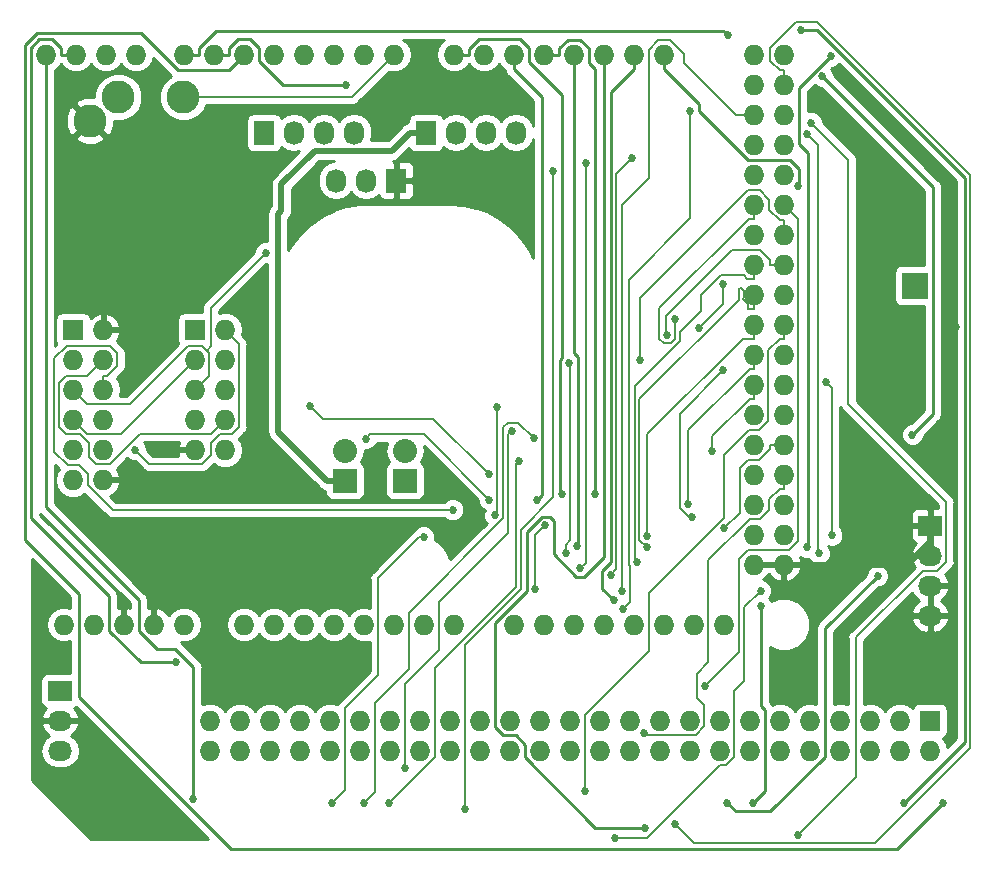
<source format=gbl>
G04 #@! TF.GenerationSoftware,KiCad,Pcbnew,5.0.0-rc2*
G04 #@! TF.CreationDate,2019-01-05T22:06:41-05:00*
G04 #@! TF.ProjectId,ZMHW_Map,5A4D48575F4D61702E6B696361645F70,rev?*
G04 #@! TF.SameCoordinates,Original*
G04 #@! TF.FileFunction,Copper,L2,Bot,Signal*
G04 #@! TF.FilePolarity,Positive*
%FSLAX46Y46*%
G04 Gerber Fmt 4.6, Leading zero omitted, Abs format (unit mm)*
G04 Created by KiCad (PCBNEW 5.0.0-rc2) date Sat Jan  5 22:06:41 2019*
%MOMM*%
%LPD*%
G01*
G04 APERTURE LIST*
G04 #@! TA.AperFunction,ComponentPad*
%ADD10O,1.727200X1.727200*%
G04 #@! TD*
G04 #@! TA.AperFunction,ComponentPad*
%ADD11O,1.727200X2.032000*%
G04 #@! TD*
G04 #@! TA.AperFunction,ComponentPad*
%ADD12R,1.727200X2.032000*%
G04 #@! TD*
G04 #@! TA.AperFunction,ComponentPad*
%ADD13R,1.727200X1.727200*%
G04 #@! TD*
G04 #@! TA.AperFunction,ComponentPad*
%ADD14R,2.032000X2.032000*%
G04 #@! TD*
G04 #@! TA.AperFunction,ComponentPad*
%ADD15O,2.032000X2.032000*%
G04 #@! TD*
G04 #@! TA.AperFunction,ComponentPad*
%ADD16C,2.800000*%
G04 #@! TD*
G04 #@! TA.AperFunction,ComponentPad*
%ADD17R,2.032000X1.727200*%
G04 #@! TD*
G04 #@! TA.AperFunction,ComponentPad*
%ADD18O,2.032000X1.727200*%
G04 #@! TD*
G04 #@! TA.AperFunction,ComponentPad*
%ADD19R,2.235200X2.235200*%
G04 #@! TD*
G04 #@! TA.AperFunction,ViaPad*
%ADD20C,0.685800*%
G04 #@! TD*
G04 #@! TA.AperFunction,Conductor*
%ADD21C,0.508000*%
G04 #@! TD*
G04 #@! TA.AperFunction,Conductor*
%ADD22C,0.152400*%
G04 #@! TD*
G04 #@! TA.AperFunction,Conductor*
%ADD23C,0.254000*%
G04 #@! TD*
G04 APERTURE END LIST*
D10*
G04 #@! TO.P,XA1,GND6*
G04 #@! TO.N,GND*
X213689000Y-75687500D03*
G04 #@! TO.P,XA1,GND5*
X211149000Y-75687500D03*
G04 #@! TO.P,XA1,D53*
G04 #@! TO.N,CS*
X213689000Y-73147500D03*
G04 #@! TO.P,XA1,D52*
G04 #@! TO.N,SCK*
X211149000Y-73147500D03*
G04 #@! TO.P,XA1,D51*
G04 #@! TO.N,MOSI*
X213689000Y-70607500D03*
G04 #@! TO.P,XA1,D50*
G04 #@! TO.N,MISO*
X211149000Y-70607500D03*
G04 #@! TO.P,XA1,D49*
G04 #@! TO.N,/D49*
X213689000Y-68067500D03*
G04 #@! TO.P,XA1,D48*
G04 #@! TO.N,/D48*
X211149000Y-68067500D03*
G04 #@! TO.P,XA1,D47*
G04 #@! TO.N,/D47*
X213689000Y-65527500D03*
G04 #@! TO.P,XA1,D46*
G04 #@! TO.N,/D46*
X211149000Y-65527500D03*
G04 #@! TO.P,XA1,D45*
G04 #@! TO.N,/D45*
X213689000Y-62987500D03*
G04 #@! TO.P,XA1,D44*
G04 #@! TO.N,/D44*
X211149000Y-62987500D03*
G04 #@! TO.P,XA1,D43*
G04 #@! TO.N,/D43*
X213689000Y-60447500D03*
G04 #@! TO.P,XA1,D42*
G04 #@! TO.N,/D42*
X211149000Y-60447500D03*
G04 #@! TO.P,XA1,D41*
G04 #@! TO.N,/D41*
X213689000Y-57907500D03*
G04 #@! TO.P,XA1,D40*
G04 #@! TO.N,/D40*
X211149000Y-57907500D03*
G04 #@! TO.P,XA1,D39*
G04 #@! TO.N,/D39*
X213689000Y-55367500D03*
G04 #@! TO.P,XA1,D38*
G04 #@! TO.N,/D38*
X211149000Y-55367500D03*
G04 #@! TO.P,XA1,D37*
G04 #@! TO.N,/D37*
X213689000Y-52827500D03*
G04 #@! TO.P,XA1,D36*
G04 #@! TO.N,/D36*
X211149000Y-52827500D03*
G04 #@! TO.P,XA1,D35*
G04 #@! TO.N,/D35*
X213689000Y-50287500D03*
G04 #@! TO.P,XA1,D34*
G04 #@! TO.N,/D34*
X211149000Y-50287500D03*
G04 #@! TO.P,XA1,D33*
G04 #@! TO.N,/D33*
X213689000Y-47747500D03*
G04 #@! TO.P,XA1,D32*
G04 #@! TO.N,/D32*
X211149000Y-47747500D03*
G04 #@! TO.P,XA1,D31*
G04 #@! TO.N,/D31*
X213689000Y-45207500D03*
G04 #@! TO.P,XA1,D30*
G04 #@! TO.N,/D30*
X211149000Y-45207500D03*
G04 #@! TO.P,XA1,D29*
G04 #@! TO.N,/D29*
X213689000Y-42667500D03*
G04 #@! TO.P,XA1,D28*
G04 #@! TO.N,/D28*
X211149000Y-42667500D03*
G04 #@! TO.P,XA1,D27*
G04 #@! TO.N,/D27*
X213689000Y-40127500D03*
G04 #@! TO.P,XA1,D26*
G04 #@! TO.N,/D26*
X211149000Y-40127500D03*
G04 #@! TO.P,XA1,D25*
G04 #@! TO.N,/D25*
X213689000Y-37587500D03*
G04 #@! TO.P,XA1,D24*
G04 #@! TO.N,/D24*
X211149000Y-37587500D03*
G04 #@! TO.P,XA1,D23*
G04 #@! TO.N,/D23*
X213689000Y-35047500D03*
G04 #@! TO.P,XA1,D22*
G04 #@! TO.N,/D22*
X211149000Y-35047500D03*
G04 #@! TO.P,XA1,5V4*
G04 #@! TO.N,+5V*
X213689000Y-32507500D03*
G04 #@! TO.P,XA1,5V3*
X211149000Y-32507500D03*
G04 #@! TO.P,XA1,A15*
G04 #@! TO.N,Net-(XA1-PadA15)*
X208609000Y-80767500D03*
G04 #@! TO.P,XA1,A14*
G04 #@! TO.N,Net-(XA1-PadA14)*
X206069000Y-80767500D03*
G04 #@! TO.P,XA1,A13*
G04 #@! TO.N,Net-(XA1-PadA13)*
X203529000Y-80767500D03*
G04 #@! TO.P,XA1,A12*
G04 #@! TO.N,Net-(XA1-PadA12)*
X200989000Y-80767500D03*
G04 #@! TO.P,XA1,A11*
G04 #@! TO.N,Net-(XA1-PadA11)*
X198449000Y-80767500D03*
G04 #@! TO.P,XA1,A10*
G04 #@! TO.N,Net-(XA1-PadA10)*
X195909000Y-80767500D03*
G04 #@! TO.P,XA1,A9*
G04 #@! TO.N,Net-(XA1-PadA9)*
X193369000Y-80767500D03*
G04 #@! TO.P,XA1,A8*
G04 #@! TO.N,Net-(XA1-PadA8)*
X190829000Y-80767500D03*
G04 #@! TO.P,XA1,A7*
G04 #@! TO.N,Net-(XA1-PadA7)*
X185749000Y-80767500D03*
G04 #@! TO.P,XA1,A6*
G04 #@! TO.N,Net-(XA1-PadA6)*
X183209000Y-80767500D03*
G04 #@! TO.P,XA1,A5*
G04 #@! TO.N,Net-(XA1-PadA5)*
X180669000Y-80767500D03*
G04 #@! TO.P,XA1,A4*
G04 #@! TO.N,Net-(XA1-PadA4)*
X178129000Y-80767500D03*
G04 #@! TO.P,XA1,A3*
G04 #@! TO.N,Net-(XA1-PadA3)*
X175589000Y-80767500D03*
G04 #@! TO.P,XA1,A2*
G04 #@! TO.N,Net-(XA1-PadA2)*
X173049000Y-80767500D03*
G04 #@! TO.P,XA1,A1*
G04 #@! TO.N,Net-(XA1-PadA1)*
X170509000Y-80767500D03*
G04 #@! TO.P,XA1,D11*
G04 #@! TO.N,/D11*
X151205000Y-32507500D03*
G04 #@! TO.P,XA1,D10*
G04 #@! TO.N,/D10*
X153745000Y-32507500D03*
G04 #@! TO.P,XA1,D9*
G04 #@! TO.N,/D9*
X156285000Y-32507500D03*
G04 #@! TO.P,XA1,D8*
G04 #@! TO.N,/D8*
X158825000Y-32507500D03*
G04 #@! TO.P,XA1,D7*
G04 #@! TO.N,/D7*
X162889000Y-32507500D03*
G04 #@! TO.P,XA1,D6*
G04 #@! TO.N,/D6*
X165429000Y-32507500D03*
G04 #@! TO.P,XA1,D5*
G04 #@! TO.N,/D5*
X167969000Y-32507500D03*
G04 #@! TO.P,XA1,D4*
G04 #@! TO.N,/D4*
X170509000Y-32507500D03*
G04 #@! TO.P,XA1,D3*
G04 #@! TO.N,Net-(LS1-Pad2)*
X173049000Y-32507500D03*
G04 #@! TO.P,XA1,D2*
G04 #@! TO.N,/D2*
X175589000Y-32507500D03*
G04 #@! TO.P,XA1,D1*
G04 #@! TO.N,Net-(J1-Pad1)*
X178129000Y-32507500D03*
G04 #@! TO.P,XA1,D0*
G04 #@! TO.N,Net-(J1-Pad2)*
X180669000Y-32507500D03*
G04 #@! TO.P,XA1,D14*
G04 #@! TO.N,/D14*
X185749000Y-32507500D03*
G04 #@! TO.P,XA1,D15*
G04 #@! TO.N,/D15*
X188289000Y-32507500D03*
G04 #@! TO.P,XA1,D16*
G04 #@! TO.N,/D16*
X190829000Y-32507500D03*
G04 #@! TO.P,XA1,D17*
G04 #@! TO.N,/D17*
X193369000Y-32507500D03*
G04 #@! TO.P,XA1,D18*
G04 #@! TO.N,/D18*
X195909000Y-32507500D03*
G04 #@! TO.P,XA1,D19*
G04 #@! TO.N,/D19*
X198449000Y-32507500D03*
G04 #@! TO.P,XA1,D20*
G04 #@! TO.N,/D20*
X200989000Y-32507500D03*
G04 #@! TO.P,XA1,D21*
G04 #@! TO.N,/D21*
X203529000Y-32507500D03*
G04 #@! TO.P,XA1,3V3*
G04 #@! TO.N,+3V3*
X152729000Y-80767500D03*
G04 #@! TO.P,XA1,5V1*
G04 #@! TO.N,+5V*
X155269000Y-80767500D03*
G04 #@! TO.P,XA1,GND2*
G04 #@! TO.N,GND*
X157809000Y-80767500D03*
G04 #@! TO.P,XA1,GND3*
X160349000Y-80767500D03*
G04 #@! TO.P,XA1,VIN*
G04 #@! TO.N,Net-(XA1-PadVIN)*
X162889000Y-80767500D03*
G04 #@! TO.P,XA1,A0*
G04 #@! TO.N,Net-(XA1-PadA0)*
X167969000Y-80767500D03*
G04 #@! TD*
D11*
G04 #@! TO.P,LS1,3*
G04 #@! TO.N,Net-(LS1-Pad2)*
X175768000Y-43180000D03*
G04 #@! TO.P,LS1,2*
X178308000Y-43180000D03*
D12*
G04 #@! TO.P,LS1,1*
G04 #@! TO.N,GND*
X180848000Y-43180000D03*
G04 #@! TD*
D13*
G04 #@! TO.P,P7,1*
G04 #@! TO.N,/ENC28J60/Q3*
X153498000Y-55811500D03*
D10*
G04 #@! TO.P,P7,2*
G04 #@! TO.N,GND*
X156038000Y-55811500D03*
G04 #@! TO.P,P7,3*
G04 #@! TO.N,/ENC28J60/RSTENC*
X153498000Y-58351500D03*
G04 #@! TO.P,P7,4*
G04 #@! TO.N,CS*
X156038000Y-58351500D03*
G04 #@! TO.P,P7,5*
G04 #@! TO.N,SCK*
X153498000Y-60891500D03*
G04 #@! TO.P,P7,6*
G04 #@! TO.N,MOSI*
X156038000Y-60891500D03*
G04 #@! TO.P,P7,7*
G04 #@! TO.N,MISO*
X153498000Y-63431500D03*
G04 #@! TO.P,P7,8*
G04 #@! TO.N,/ENC28J60/WOL*
X156038000Y-63431500D03*
G04 #@! TO.P,P7,9*
G04 #@! TO.N,/ENC28J60/INT*
X153498000Y-65971500D03*
G04 #@! TO.P,P7,10*
G04 #@! TO.N,/ENC28J60/CLKOUT*
X156038000Y-65971500D03*
G04 #@! TO.P,P7,11*
G04 #@! TO.N,/ENC28J60/VCC_Branch*
X153498000Y-68511500D03*
G04 #@! TO.P,P7,12*
G04 #@! TO.N,GND*
X156038000Y-68511500D03*
G04 #@! TD*
D12*
G04 #@! TO.P,P1,1*
G04 #@! TO.N,+5V*
X183388000Y-39116000D03*
D11*
G04 #@! TO.P,P1,2*
X185928000Y-39116000D03*
G04 #@! TO.P,P1,3*
X188468000Y-39116000D03*
G04 #@! TO.P,P1,4*
X191008000Y-39116000D03*
G04 #@! TD*
D12*
G04 #@! TO.P,P3,1*
G04 #@! TO.N,+3V3*
X169672000Y-39116000D03*
D11*
G04 #@! TO.P,P3,2*
X172212000Y-39116000D03*
G04 #@! TO.P,P3,3*
X174752000Y-39116000D03*
G04 #@! TO.P,P3,4*
X177292000Y-39116000D03*
G04 #@! TD*
D14*
G04 #@! TO.P,P4,1*
G04 #@! TO.N,+3V3*
X181610000Y-68580000D03*
D15*
G04 #@! TO.P,P4,2*
G04 #@! TO.N,/ENC28J60/VCC_Branch*
X181610000Y-66040000D03*
G04 #@! TD*
G04 #@! TO.P,P5,2*
G04 #@! TO.N,/ENC28J60/VCC_Branch*
X176530000Y-66040000D03*
D14*
G04 #@! TO.P,P5,1*
G04 #@! TO.N,+5V*
X176530000Y-68580000D03*
G04 #@! TD*
D13*
G04 #@! TO.P,P6,1*
G04 #@! TO.N,/ENC28J60/INT*
X163818000Y-55811500D03*
D10*
G04 #@! TO.P,P6,2*
G04 #@! TO.N,/ENC28J60/CLKOUT*
X166358000Y-55811500D03*
G04 #@! TO.P,P6,3*
G04 #@! TO.N,MISO*
X163818000Y-58351500D03*
G04 #@! TO.P,P6,4*
G04 #@! TO.N,/ENC28J60/WOL*
X166358000Y-58351500D03*
G04 #@! TO.P,P6,5*
G04 #@! TO.N,SCK*
X163818000Y-60891500D03*
G04 #@! TO.P,P6,6*
G04 #@! TO.N,MOSI*
X166358000Y-60891500D03*
G04 #@! TO.P,P6,7*
G04 #@! TO.N,/ENC28J60/RSTENC*
X163818000Y-63431500D03*
G04 #@! TO.P,P6,8*
G04 #@! TO.N,CS*
X166358000Y-63431500D03*
G04 #@! TO.P,P6,9*
G04 #@! TO.N,GND*
X163818000Y-65971500D03*
G04 #@! TO.P,P6,10*
G04 #@! TO.N,/ENC28J60/VCC_Branch*
X166358000Y-65971500D03*
G04 #@! TD*
D16*
G04 #@! TO.P,J1,S*
G04 #@! TO.N,GND*
X154940000Y-38100000D03*
G04 #@! TO.P,J1,T*
G04 #@! TO.N,Net-(J1-Pad1)*
X157340000Y-36100000D03*
G04 #@! TO.P,J1,R*
G04 #@! TO.N,Net-(J1-Pad2)*
X162840000Y-36100000D03*
G04 #@! TD*
D13*
G04 #@! TO.P,P8,1*
G04 #@! TO.N,Net-(P8-Pad1)*
X226060000Y-88900000D03*
D10*
G04 #@! TO.P,P8,2*
G04 #@! TO.N,Net-(P8-Pad2)*
X226060000Y-91440000D03*
G04 #@! TO.P,P8,3*
G04 #@! TO.N,Net-(P8-Pad3)*
X223520000Y-88900000D03*
G04 #@! TO.P,P8,4*
G04 #@! TO.N,Net-(P8-Pad4)*
X223520000Y-91440000D03*
G04 #@! TO.P,P8,5*
G04 #@! TO.N,Net-(P8-Pad5)*
X220980000Y-88900000D03*
G04 #@! TO.P,P8,6*
G04 #@! TO.N,Net-(P8-Pad6)*
X220980000Y-91440000D03*
G04 #@! TO.P,P8,7*
G04 #@! TO.N,Net-(P8-Pad7)*
X218440000Y-88900000D03*
G04 #@! TO.P,P8,8*
G04 #@! TO.N,Net-(P8-Pad8)*
X218440000Y-91440000D03*
G04 #@! TO.P,P8,9*
G04 #@! TO.N,Net-(P8-Pad9)*
X215900000Y-88900000D03*
G04 #@! TO.P,P8,10*
G04 #@! TO.N,Net-(P8-Pad10)*
X215900000Y-91440000D03*
G04 #@! TO.P,P8,11*
G04 #@! TO.N,Net-(P8-Pad11)*
X213360000Y-88900000D03*
G04 #@! TO.P,P8,12*
G04 #@! TO.N,Net-(P8-Pad12)*
X213360000Y-91440000D03*
G04 #@! TO.P,P8,13*
G04 #@! TO.N,Net-(P8-Pad13)*
X210820000Y-88900000D03*
G04 #@! TO.P,P8,14*
G04 #@! TO.N,Net-(P8-Pad14)*
X210820000Y-91440000D03*
G04 #@! TO.P,P8,15*
G04 #@! TO.N,Net-(P8-Pad15)*
X208280000Y-88900000D03*
G04 #@! TO.P,P8,16*
G04 #@! TO.N,Net-(P8-Pad16)*
X208280000Y-91440000D03*
G04 #@! TO.P,P8,17*
G04 #@! TO.N,Net-(P8-Pad17)*
X205740000Y-88900000D03*
G04 #@! TO.P,P8,18*
G04 #@! TO.N,Net-(P8-Pad18)*
X205740000Y-91440000D03*
G04 #@! TO.P,P8,19*
G04 #@! TO.N,Net-(P8-Pad19)*
X203200000Y-88900000D03*
G04 #@! TO.P,P8,20*
G04 #@! TO.N,Net-(P8-Pad20)*
X203200000Y-91440000D03*
G04 #@! TO.P,P8,21*
G04 #@! TO.N,Net-(P8-Pad21)*
X200660000Y-88900000D03*
G04 #@! TO.P,P8,22*
G04 #@! TO.N,Net-(P8-Pad22)*
X200660000Y-91440000D03*
G04 #@! TO.P,P8,23*
G04 #@! TO.N,Net-(P8-Pad23)*
X198120000Y-88900000D03*
G04 #@! TO.P,P8,24*
G04 #@! TO.N,Net-(P8-Pad24)*
X198120000Y-91440000D03*
G04 #@! TO.P,P8,25*
G04 #@! TO.N,Net-(P8-Pad25)*
X195580000Y-88900000D03*
G04 #@! TO.P,P8,26*
G04 #@! TO.N,Net-(P8-Pad26)*
X195580000Y-91440000D03*
G04 #@! TO.P,P8,27*
G04 #@! TO.N,Net-(P8-Pad27)*
X193040000Y-88900000D03*
G04 #@! TO.P,P8,28*
G04 #@! TO.N,Net-(P8-Pad28)*
X193040000Y-91440000D03*
G04 #@! TO.P,P8,29*
G04 #@! TO.N,Net-(P8-Pad29)*
X190500000Y-88900000D03*
G04 #@! TO.P,P8,30*
G04 #@! TO.N,Net-(P8-Pad30)*
X190500000Y-91440000D03*
G04 #@! TO.P,P8,31*
G04 #@! TO.N,Net-(P8-Pad31)*
X187960000Y-88900000D03*
G04 #@! TO.P,P8,32*
G04 #@! TO.N,Net-(P8-Pad32)*
X187960000Y-91440000D03*
G04 #@! TO.P,P8,33*
G04 #@! TO.N,Net-(P8-Pad33)*
X185420000Y-88900000D03*
G04 #@! TO.P,P8,34*
G04 #@! TO.N,Net-(P8-Pad34)*
X185420000Y-91440000D03*
G04 #@! TO.P,P8,35*
G04 #@! TO.N,Net-(P8-Pad35)*
X182880000Y-88900000D03*
G04 #@! TO.P,P8,36*
G04 #@! TO.N,Net-(P8-Pad36)*
X182880000Y-91440000D03*
G04 #@! TO.P,P8,37*
G04 #@! TO.N,Net-(P8-Pad37)*
X180340000Y-88900000D03*
G04 #@! TO.P,P8,38*
G04 #@! TO.N,Net-(P8-Pad38)*
X180340000Y-91440000D03*
G04 #@! TO.P,P8,39*
G04 #@! TO.N,Net-(P8-Pad39)*
X177800000Y-88900000D03*
G04 #@! TO.P,P8,40*
G04 #@! TO.N,Net-(P8-Pad40)*
X177800000Y-91440000D03*
G04 #@! TO.P,P8,41*
G04 #@! TO.N,Net-(P8-Pad41)*
X175260000Y-88900000D03*
G04 #@! TO.P,P8,42*
G04 #@! TO.N,Net-(P8-Pad42)*
X175260000Y-91440000D03*
G04 #@! TO.P,P8,43*
G04 #@! TO.N,Net-(P8-Pad43)*
X172720000Y-88900000D03*
G04 #@! TO.P,P8,44*
G04 #@! TO.N,Net-(P8-Pad44)*
X172720000Y-91440000D03*
G04 #@! TO.P,P8,45*
G04 #@! TO.N,Net-(P8-Pad45)*
X170180000Y-88900000D03*
G04 #@! TO.P,P8,46*
G04 #@! TO.N,Net-(P8-Pad46)*
X170180000Y-91440000D03*
G04 #@! TO.P,P8,47*
G04 #@! TO.N,Net-(P8-Pad47)*
X167640000Y-88900000D03*
G04 #@! TO.P,P8,48*
G04 #@! TO.N,Net-(P8-Pad48)*
X167640000Y-91440000D03*
G04 #@! TO.P,P8,49*
G04 #@! TO.N,Net-(P8-Pad49)*
X165100000Y-88900000D03*
G04 #@! TO.P,P8,50*
G04 #@! TO.N,Net-(P8-Pad50)*
X165100000Y-91440000D03*
G04 #@! TD*
D17*
G04 #@! TO.P,P9,1*
G04 #@! TO.N,GND*
X226060000Y-72390000D03*
D18*
G04 #@! TO.P,P9,2*
X226060000Y-74930000D03*
G04 #@! TO.P,P9,3*
X226060000Y-77470000D03*
G04 #@! TO.P,P9,4*
X226060000Y-80010000D03*
G04 #@! TD*
D19*
G04 #@! TO.P,P10,1*
G04 #@! TO.N,/filesksksdlf/RGBDATAOUT*
X224790000Y-52070000D03*
G04 #@! TD*
D17*
G04 #@! TO.P,J2,1*
G04 #@! TO.N,Net-(J2-Pad1)*
X152400000Y-86360000D03*
D18*
G04 #@! TO.P,J2,2*
G04 #@! TO.N,GND*
X152400000Y-88900000D03*
G04 #@! TO.P,J2,3*
G04 #@! TO.N,N/C*
X152400000Y-91440000D03*
G04 #@! TD*
D20*
G04 #@! TO.N,GND*
X158750000Y-68580000D03*
X224790000Y-66040000D03*
X228270000Y-55550000D03*
G04 #@! TO.N,CS*
X188740500Y-70183300D03*
X178295500Y-65023700D03*
G04 #@! TO.N,SCK*
X169816000Y-49286200D03*
X208559500Y-59186100D03*
X205910200Y-71639400D03*
G04 #@! TO.N,MOSI*
X185649900Y-71057500D03*
G04 #@! TO.N,MISO*
X188679600Y-68023000D03*
X173598200Y-62238900D03*
G04 #@! TO.N,/ENC28J60/CLKOUT*
X158750000Y-65971500D03*
G04 #@! TO.N,/D22*
X205768100Y-37288800D03*
X200099800Y-79459400D03*
G04 #@! TO.N,/D23*
X204474000Y-97668000D03*
G04 #@! TO.N,/D24*
X199951700Y-77964700D03*
G04 #@! TO.N,/D25*
X215683000Y-39204300D03*
X216663100Y-74733300D03*
G04 #@! TO.N,/D26*
X200798900Y-41301800D03*
X199035600Y-76528300D03*
G04 #@! TO.N,/D27*
X216006800Y-38264100D03*
X214848400Y-98599700D03*
G04 #@! TO.N,/D28*
X196893500Y-41723600D03*
X196443000Y-75985600D03*
G04 #@! TO.N,/D29*
X217287200Y-60267700D03*
X217750200Y-73184300D03*
X211710600Y-77891800D03*
X199393400Y-98822800D03*
G04 #@! TO.N,/D30*
X204423800Y-54910200D03*
X189378000Y-62383400D03*
X189224400Y-71511300D03*
X193478700Y-72368400D03*
X192635400Y-77793000D03*
G04 #@! TO.N,/D31*
X207010000Y-85931600D03*
G04 #@! TO.N,/D32*
X208569500Y-51893400D03*
X206466500Y-55695400D03*
X195475300Y-58656400D03*
X195210400Y-74676600D03*
G04 #@! TO.N,/D33*
X201512300Y-58389400D03*
G04 #@! TO.N,/D34*
X201247500Y-75437000D03*
G04 #@! TO.N,/D35*
X203813600Y-56259200D03*
G04 #@! TO.N,/D36*
X202067300Y-74208300D03*
G04 #@! TO.N,/D37*
X194177800Y-42405700D03*
X186694000Y-96411900D03*
G04 #@! TO.N,/D38*
X202125700Y-73253100D03*
G04 #@! TO.N,/D39*
X196854000Y-94896800D03*
G04 #@! TO.N,/D40*
X205560800Y-70518700D03*
G04 #@! TO.N,/D41*
X190622700Y-64346800D03*
X181579100Y-92885900D03*
G04 #@! TO.N,/D42*
X207589900Y-66045800D03*
G04 #@! TO.N,/D43*
X191280900Y-66913800D03*
X180275900Y-95841700D03*
G04 #@! TO.N,/D45*
X192485000Y-64959100D03*
X178168800Y-95841500D03*
G04 #@! TO.N,/D47*
X208644000Y-72631100D03*
X183187600Y-73331200D03*
X175433800Y-95841700D03*
G04 #@! TO.N,/D49*
X201840500Y-89948300D03*
G04 #@! TO.N,/D6*
X176608100Y-35096600D03*
G04 #@! TO.N,/D8*
X215608800Y-74229800D03*
X217640500Y-32633800D03*
G04 #@! TO.N,/D10*
X162239700Y-83949200D03*
G04 #@! TO.N,/D14*
X194907300Y-69751700D03*
G04 #@! TO.N,/D16*
X192814200Y-70209700D03*
G04 #@! TO.N,/D18*
X196126100Y-74135100D03*
G04 #@! TO.N,/D20*
X199321600Y-78723600D03*
G04 #@! TO.N,/D5*
X227130800Y-95841700D03*
G04 #@! TO.N,/D7*
X208916400Y-30875900D03*
X216941500Y-34356900D03*
X224567100Y-64677600D03*
G04 #@! TO.N,/D11*
X163689000Y-95559100D03*
G04 #@! TO.N,/D15*
X215154900Y-30404600D03*
X223885100Y-95841700D03*
G04 #@! TO.N,/D17*
X197722500Y-69751600D03*
X211707600Y-79166400D03*
X211110100Y-95841700D03*
G04 #@! TO.N,/D19*
X201934000Y-97949700D03*
G04 #@! TO.N,/D21*
X214913300Y-43669700D03*
X221625600Y-76637100D03*
X208879800Y-95841700D03*
G04 #@! TD*
D21*
G04 #@! TO.N,+5V*
X175006000Y-68580000D02*
X176530000Y-68580000D01*
X170849000Y-64422600D02*
X175006000Y-68580000D01*
X170849000Y-46007200D02*
X170849000Y-64422600D01*
X171136189Y-43493811D02*
X171136189Y-45720000D01*
X171136189Y-45720000D02*
X170849000Y-46007200D01*
X173990000Y-40640000D02*
X171136189Y-43493811D01*
X180492000Y-40640000D02*
X173990000Y-40640000D01*
X182016000Y-39116000D02*
X180492000Y-40640000D01*
X183388000Y-39116000D02*
X182016000Y-39116000D01*
G04 #@! TO.N,GND*
X211149000Y-75687500D02*
X213689000Y-75687500D01*
D22*
X228270000Y-55550000D02*
X228270000Y-62560000D01*
X228270000Y-62560000D02*
X224790000Y-66040000D01*
D21*
X213689000Y-75687500D02*
X224134000Y-75687500D01*
X224134000Y-75687500D02*
X226060000Y-73761600D01*
X226060000Y-73761600D02*
X226060000Y-72390000D01*
D22*
G04 #@! TO.N,CS*
X178295500Y-65023700D02*
X178670600Y-64648600D01*
X178670600Y-64648600D02*
X183205800Y-64648600D01*
X183205800Y-64648600D02*
X188740500Y-70183300D01*
X156038000Y-58351500D02*
X154692000Y-59697700D01*
X154692000Y-59697700D02*
X152925000Y-59697700D01*
X152925000Y-59697700D02*
X152304000Y-60318500D01*
X152304000Y-60318500D02*
X152304000Y-64004500D01*
X152304000Y-64004500D02*
X152925000Y-64625300D01*
X152925000Y-64625300D02*
X154071000Y-64625300D01*
X154071000Y-64625300D02*
X154844000Y-65398500D01*
X154844000Y-65398500D02*
X154844000Y-66544500D01*
X154844000Y-66544500D02*
X155465000Y-67165300D01*
X155465000Y-67165300D02*
X156611000Y-67165300D01*
X156611000Y-67165300D02*
X159151000Y-64625300D01*
X159151000Y-64625300D02*
X165164000Y-64625300D01*
X165164000Y-64625300D02*
X165494000Y-64295100D01*
X165494000Y-64295100D02*
X166358000Y-63431500D01*
G04 #@! TO.N,SCK*
X153498000Y-60891500D02*
X154692000Y-62085300D01*
X154692000Y-62085300D02*
X158317000Y-62085300D01*
X158317000Y-62085300D02*
X163245000Y-57157700D01*
X163245000Y-57157700D02*
X164391000Y-57157700D01*
X164391000Y-57157700D02*
X164808700Y-57575300D01*
X169816000Y-49286200D02*
X165163800Y-53938400D01*
X165163800Y-53938400D02*
X165163800Y-57220200D01*
X165163800Y-57220200D02*
X164808700Y-57575300D01*
X164808700Y-57575300D02*
X165012000Y-57778500D01*
X165012000Y-57778500D02*
X165012000Y-59697700D01*
X165012000Y-59697700D02*
X164682000Y-60027900D01*
X164682000Y-60027900D02*
X163818000Y-60891500D01*
X205910200Y-71639400D02*
X205631900Y-71639400D01*
X205631900Y-71639400D02*
X204846400Y-70853900D01*
X204846400Y-70853900D02*
X204846400Y-62899200D01*
X204846400Y-62899200D02*
X208559500Y-59186100D01*
G04 #@! TO.N,MOSI*
X156038000Y-59697400D02*
X156411200Y-59697400D01*
X156411200Y-59697400D02*
X157258300Y-58850300D01*
X157258300Y-58850300D02*
X157258300Y-57809800D01*
X157258300Y-57809800D02*
X156605000Y-57156500D01*
X156605000Y-57156500D02*
X152956800Y-57156500D01*
X152956800Y-57156500D02*
X151893500Y-58219800D01*
X151893500Y-58219800D02*
X151893500Y-66147600D01*
X151893500Y-66147600D02*
X153034800Y-67288900D01*
X153034800Y-67288900D02*
X154041500Y-67288900D01*
X154041500Y-67288900D02*
X154768000Y-68015400D01*
X154768000Y-68015400D02*
X154768000Y-68971100D01*
X154768000Y-68971100D02*
X156854400Y-71057500D01*
X156854400Y-71057500D02*
X185649900Y-71057500D01*
X156038000Y-60891500D02*
X156038000Y-59697400D01*
G04 #@! TO.N,MISO*
X173598200Y-62238900D02*
X174680100Y-63320800D01*
X174680100Y-63320800D02*
X183977400Y-63320800D01*
X183977400Y-63320800D02*
X188679600Y-68023000D01*
X153498000Y-63431500D02*
X154692000Y-64625300D01*
X154692000Y-64625300D02*
X157544000Y-64625300D01*
X157544000Y-64625300D02*
X162954000Y-59215100D01*
X162954000Y-59215100D02*
X163818000Y-58351500D01*
G04 #@! TO.N,/ENC28J60/CLKOUT*
X158750000Y-65971500D02*
X159944000Y-67165300D01*
X159944000Y-67165300D02*
X164391000Y-67165300D01*
X164391000Y-67165300D02*
X165164000Y-66392100D01*
X165164000Y-66392100D02*
X165164000Y-65398500D01*
X165164000Y-65398500D02*
X165937000Y-64625300D01*
X165937000Y-64625300D02*
X166931000Y-64625300D01*
X166931000Y-64625300D02*
X167552000Y-64004500D01*
X167552000Y-64004500D02*
X167552000Y-57005300D01*
X167552000Y-57005300D02*
X167222000Y-56675100D01*
X167222000Y-56675100D02*
X166358000Y-55811500D01*
G04 #@! TO.N,/D22*
X205768100Y-37288800D02*
X205768100Y-46359600D01*
X205768100Y-46359600D02*
X200574100Y-51553600D01*
X200574100Y-51553600D02*
X200574100Y-75715900D01*
X200574100Y-75715900D02*
X200672500Y-75814300D01*
X200672500Y-75814300D02*
X200672500Y-78886700D01*
X200672500Y-78886700D02*
X200099800Y-79459400D01*
G04 #@! TO.N,/D23*
X213689000Y-35047500D02*
X213689000Y-33853400D01*
X204474000Y-97668000D02*
X206086900Y-99280900D01*
X206086900Y-99280900D02*
X221418700Y-99280900D01*
X221418700Y-99280900D02*
X229466400Y-91233200D01*
X229466400Y-91233200D02*
X229466400Y-42706300D01*
X229466400Y-42706300D02*
X216471700Y-29711600D01*
X216471700Y-29711600D02*
X214716200Y-29711600D01*
X214716200Y-29711600D02*
X212475200Y-31952600D01*
X212475200Y-31952600D02*
X212475200Y-33010700D01*
X212475200Y-33010700D02*
X213317900Y-33853400D01*
X213317900Y-33853400D02*
X213689000Y-33853400D01*
G04 #@! TO.N,/D24*
X211149000Y-37587500D02*
X209627100Y-37587500D01*
X209627100Y-37587500D02*
X205220800Y-33181200D01*
X205220800Y-33181200D02*
X205220800Y-32491900D01*
X205220800Y-32491900D02*
X204017500Y-31288600D01*
X204017500Y-31288600D02*
X203059100Y-31288600D01*
X203059100Y-31288600D02*
X202259000Y-32088700D01*
X202259000Y-32088700D02*
X202259000Y-42967900D01*
X202259000Y-42967900D02*
X199951700Y-45275200D01*
X199951700Y-45275200D02*
X199951700Y-77964700D01*
G04 #@! TO.N,/D25*
X215683000Y-39204300D02*
X216613800Y-40135100D01*
X216613800Y-40135100D02*
X216613800Y-74684000D01*
X216613800Y-74684000D02*
X216663100Y-74733300D01*
G04 #@! TO.N,/D26*
X199035600Y-76528300D02*
X199489800Y-76074100D01*
X199489800Y-76074100D02*
X199489800Y-42610900D01*
X199489800Y-42610900D02*
X200798900Y-41301800D01*
G04 #@! TO.N,/D27*
X214848400Y-98599700D02*
X219785900Y-93662200D01*
X219785900Y-93662200D02*
X219785900Y-81855200D01*
X219785900Y-81855200D02*
X225441100Y-76200000D01*
X225441100Y-76200000D02*
X226675900Y-76200000D01*
X226675900Y-76200000D02*
X227406600Y-75469300D01*
X227406600Y-75469300D02*
X227406600Y-70371300D01*
X227406600Y-70371300D02*
X219137900Y-62102600D01*
X219137900Y-62102600D02*
X219137900Y-41395200D01*
X219137900Y-41395200D02*
X216006800Y-38264100D01*
G04 #@! TO.N,/D28*
X196443000Y-75985600D02*
X196893500Y-75535100D01*
X196893500Y-75535100D02*
X196893500Y-41723600D01*
G04 #@! TO.N,/D29*
X199393400Y-98822800D02*
X202077900Y-98822800D01*
X202077900Y-98822800D02*
X208266500Y-92634200D01*
X208266500Y-92634200D02*
X208791900Y-92634200D01*
X208791900Y-92634200D02*
X209474200Y-91951900D01*
X209474200Y-91951900D02*
X209474200Y-86383500D01*
X209474200Y-86383500D02*
X210293600Y-85564100D01*
X210293600Y-85564100D02*
X210293600Y-79308800D01*
X210293600Y-79308800D02*
X211710600Y-77891800D01*
X217750200Y-73184300D02*
X217750200Y-60730700D01*
X217750200Y-60730700D02*
X217287200Y-60267700D01*
G04 #@! TO.N,/D30*
X211149000Y-46401600D02*
X210697900Y-46401600D01*
X210697900Y-46401600D02*
X203136600Y-53962900D01*
X203136600Y-53962900D02*
X203136600Y-56572000D01*
X203136600Y-56572000D02*
X203503700Y-56939100D01*
X203503700Y-56939100D02*
X204136700Y-56939100D01*
X204136700Y-56939100D02*
X204487000Y-56588800D01*
X204487000Y-56588800D02*
X204487000Y-54973400D01*
X204487000Y-54973400D02*
X204423800Y-54910200D01*
X189224400Y-71511300D02*
X189413900Y-71321800D01*
X189413900Y-71321800D02*
X189413900Y-62419300D01*
X189413900Y-62419300D02*
X189378000Y-62383400D01*
X193478700Y-72368400D02*
X192635400Y-73211700D01*
X192635400Y-73211700D02*
X192635400Y-77793000D01*
X211149000Y-45207500D02*
X211149000Y-46401600D01*
G04 #@! TO.N,/D31*
X207010000Y-85931600D02*
X209886800Y-83054800D01*
X209886800Y-83054800D02*
X209886800Y-75215000D01*
X209886800Y-75215000D02*
X210684300Y-74417500D01*
X210684300Y-74417500D02*
X214119700Y-74417500D01*
X214119700Y-74417500D02*
X214884300Y-73652900D01*
X214884300Y-73652900D02*
X214884300Y-46402800D01*
X214884300Y-46402800D02*
X213689000Y-45207500D01*
G04 #@! TO.N,/D32*
X206466500Y-55695400D02*
X208569500Y-53592400D01*
X208569500Y-53592400D02*
X208569500Y-51893400D01*
X195210400Y-74676600D02*
X195210400Y-74014300D01*
X195210400Y-74014300D02*
X195610500Y-73614200D01*
X195610500Y-73614200D02*
X195610500Y-58791600D01*
X195610500Y-58791600D02*
X195475300Y-58656400D01*
G04 #@! TO.N,/D33*
X213689000Y-47747500D02*
X213689000Y-46553400D01*
X201512300Y-58389400D02*
X201512300Y-53113000D01*
X201512300Y-53113000D02*
X210612000Y-44013300D01*
X210612000Y-44013300D02*
X211651800Y-44013300D01*
X211651800Y-44013300D02*
X212419000Y-44780500D01*
X212419000Y-44780500D02*
X212419000Y-45654500D01*
X212419000Y-45654500D02*
X213317900Y-46553400D01*
X213317900Y-46553400D02*
X213689000Y-46553400D01*
G04 #@! TO.N,/D34*
X201247500Y-75437000D02*
X201045600Y-75235100D01*
X201045600Y-75235100D02*
X201045600Y-60605400D01*
X201045600Y-60605400D02*
X204893700Y-56757300D01*
X204893700Y-56757300D02*
X204893700Y-55975600D01*
X204893700Y-55975600D02*
X206664900Y-54204400D01*
X206664900Y-54204400D02*
X206664900Y-52843900D01*
X206664900Y-52843900D02*
X208323700Y-51185100D01*
X208323700Y-51185100D02*
X210289500Y-51185100D01*
X210289500Y-51185100D02*
X210586000Y-51481600D01*
X210586000Y-51481600D02*
X211149000Y-51481600D01*
X211149000Y-50287500D02*
X211149000Y-51481600D01*
G04 #@! TO.N,/D35*
X213689000Y-50287500D02*
X212494900Y-50287500D01*
X203813600Y-56259200D02*
X203731100Y-56176700D01*
X203731100Y-56176700D02*
X203731100Y-54619200D01*
X203731100Y-54619200D02*
X209276600Y-49073700D01*
X209276600Y-49073700D02*
X211652200Y-49073700D01*
X211652200Y-49073700D02*
X212494900Y-49916400D01*
X212494900Y-49916400D02*
X212494900Y-50287500D01*
G04 #@! TO.N,/D36*
X211149000Y-54021600D02*
X210631400Y-54021600D01*
X210631400Y-54021600D02*
X210617500Y-54007700D01*
X210617500Y-54007700D02*
X210617500Y-53656700D01*
X210617500Y-53656700D02*
X210183400Y-53222600D01*
X210183400Y-53222600D02*
X210183400Y-53159600D01*
X210183400Y-53159600D02*
X210299900Y-53043100D01*
X210299900Y-53043100D02*
X210299900Y-52485100D01*
X210299900Y-52485100D02*
X210067100Y-52252300D01*
X210067100Y-52252300D02*
X209958500Y-52252300D01*
X209958500Y-52252300D02*
X209850100Y-52360700D01*
X209850100Y-52360700D02*
X209850100Y-53264200D01*
X209850100Y-53264200D02*
X201452300Y-61662000D01*
X201452300Y-61662000D02*
X201452300Y-73593300D01*
X201452300Y-73593300D02*
X202067300Y-74208300D01*
X211149000Y-52827500D02*
X211149000Y-54021600D01*
G04 #@! TO.N,/D37*
X186694000Y-96411900D02*
X186694000Y-82483900D01*
X186694000Y-82483900D02*
X191400700Y-77777200D01*
X191400700Y-77777200D02*
X191400700Y-72770300D01*
X191400700Y-72770300D02*
X194177800Y-69993200D01*
X194177800Y-69993200D02*
X194177800Y-42405700D01*
G04 #@! TO.N,/D38*
X211149000Y-55367500D02*
X211149000Y-56561600D01*
X202125700Y-73253100D02*
X202125700Y-64653000D01*
X202125700Y-64653000D02*
X210217100Y-56561600D01*
X210217100Y-56561600D02*
X211149000Y-56561600D01*
G04 #@! TO.N,/D39*
X213689000Y-56561600D02*
X213317900Y-56561600D01*
X213317900Y-56561600D02*
X212343200Y-57536300D01*
X212343200Y-57536300D02*
X212343200Y-63523900D01*
X212343200Y-63523900D02*
X211609600Y-64257500D01*
X211609600Y-64257500D02*
X210726400Y-64257500D01*
X210726400Y-64257500D02*
X208612000Y-66371900D01*
X208612000Y-66371900D02*
X208612000Y-71710800D01*
X208612000Y-71710800D02*
X202259000Y-78063800D01*
X202259000Y-78063800D02*
X202259000Y-82984100D01*
X202259000Y-82984100D02*
X196854000Y-88389100D01*
X196854000Y-88389100D02*
X196854000Y-94896800D01*
X213689000Y-55367500D02*
X213689000Y-56561600D01*
G04 #@! TO.N,/D40*
X205560800Y-70518700D02*
X205560800Y-64318700D01*
X205560800Y-64318700D02*
X210777900Y-59101600D01*
X210777900Y-59101600D02*
X211149000Y-59101600D01*
X211149000Y-57907500D02*
X211149000Y-59101600D01*
G04 #@! TO.N,/D41*
X181579100Y-92885900D02*
X181579100Y-85805100D01*
X181579100Y-85805100D02*
X184479000Y-82905200D01*
X184479000Y-82905200D02*
X184479000Y-78880700D01*
X184479000Y-78880700D02*
X190335000Y-73024700D01*
X190335000Y-73024700D02*
X190335000Y-64634500D01*
X190335000Y-64634500D02*
X190622700Y-64346800D01*
G04 #@! TO.N,/D42*
X211149000Y-60447500D02*
X211149000Y-61641600D01*
X207589900Y-66045800D02*
X207589900Y-64829600D01*
X207589900Y-64829600D02*
X210777900Y-61641600D01*
X210777900Y-61641600D02*
X211149000Y-61641600D01*
G04 #@! TO.N,/D43*
X180275900Y-95841700D02*
X184150000Y-91967600D01*
X184150000Y-91967600D02*
X184150000Y-84452600D01*
X184150000Y-84452600D02*
X190993900Y-77608700D01*
X190993900Y-77608700D02*
X190993900Y-67200800D01*
X190993900Y-67200800D02*
X191280900Y-66913800D01*
G04 #@! TO.N,/D45*
X192485000Y-64959100D02*
X191191400Y-63665500D01*
X191191400Y-63665500D02*
X190284200Y-63665500D01*
X190284200Y-63665500D02*
X189903300Y-64046400D01*
X189903300Y-64046400D02*
X189903300Y-71784800D01*
X189903300Y-71784800D02*
X181939000Y-79749100D01*
X181939000Y-79749100D02*
X181939000Y-84515700D01*
X181939000Y-84515700D02*
X179070000Y-87384700D01*
X179070000Y-87384700D02*
X179070000Y-94940300D01*
X179070000Y-94940300D02*
X178168800Y-95841500D01*
G04 #@! TO.N,/D47*
X213689000Y-65527500D02*
X212494900Y-65527500D01*
X175433800Y-95841700D02*
X176530000Y-94745500D01*
X176530000Y-94745500D02*
X176530000Y-87816300D01*
X176530000Y-87816300D02*
X179323200Y-85023100D01*
X179323200Y-85023100D02*
X179323200Y-76825000D01*
X179323200Y-76825000D02*
X182817000Y-73331200D01*
X182817000Y-73331200D02*
X183187600Y-73331200D01*
X208644000Y-72631100D02*
X209937100Y-71338000D01*
X209937100Y-71338000D02*
X209937100Y-67519300D01*
X209937100Y-67519300D02*
X210658900Y-66797500D01*
X210658900Y-66797500D02*
X211596000Y-66797500D01*
X211596000Y-66797500D02*
X212494900Y-65898600D01*
X212494900Y-65898600D02*
X212494900Y-65527500D01*
G04 #@! TO.N,/D49*
X213689000Y-68067500D02*
X213689000Y-69261600D01*
X201840500Y-89948300D02*
X201986400Y-90094200D01*
X201986400Y-90094200D02*
X206242800Y-90094200D01*
X206242800Y-90094200D02*
X206951300Y-89385700D01*
X206951300Y-89385700D02*
X206951300Y-87609900D01*
X206951300Y-87609900D02*
X206308300Y-86966900D01*
X206308300Y-86966900D02*
X206308300Y-84920700D01*
X206308300Y-84920700D02*
X207266200Y-83962800D01*
X207266200Y-83962800D02*
X207266200Y-75318500D01*
X207266200Y-75318500D02*
X210783000Y-71801700D01*
X210783000Y-71801700D02*
X211651800Y-71801700D01*
X211651800Y-71801700D02*
X212419000Y-71034500D01*
X212419000Y-71034500D02*
X212419000Y-70160500D01*
X212419000Y-70160500D02*
X213317900Y-69261600D01*
X213317900Y-69261600D02*
X213689000Y-69261600D01*
G04 #@! TO.N,Net-(J1-Pad2)*
X180669000Y-32507500D02*
X177076000Y-36100000D01*
X177076000Y-36100000D02*
X162840000Y-36100000D01*
D23*
G04 #@! TO.N,/D6*
X165429000Y-32507500D02*
X166673900Y-32507500D01*
X176608100Y-35096600D02*
X171286000Y-35096600D01*
X171286000Y-35096600D02*
X169239000Y-33049600D01*
X169239000Y-33049600D02*
X169239000Y-31977500D01*
X169239000Y-31977500D02*
X168480700Y-31219200D01*
X168480700Y-31219200D02*
X167446400Y-31219200D01*
X167446400Y-31219200D02*
X166673900Y-31991700D01*
X166673900Y-31991700D02*
X166673900Y-32507500D01*
G04 #@! TO.N,/D8*
X217640500Y-32633800D02*
X214958800Y-35315500D01*
X214958800Y-35315500D02*
X214958800Y-40065500D01*
X214958800Y-40065500D02*
X215698900Y-40805600D01*
X215698900Y-40805600D02*
X215698900Y-74139700D01*
X215698900Y-74139700D02*
X215608800Y-74229800D01*
G04 #@! TO.N,/D10*
X152500100Y-32507500D02*
X152500100Y-31991700D01*
X152500100Y-31991700D02*
X151728600Y-31220200D01*
X151728600Y-31220200D02*
X150650000Y-31220200D01*
X150650000Y-31220200D02*
X149959500Y-31910700D01*
X149959500Y-31910700D02*
X149959500Y-71776900D01*
X149959500Y-71776900D02*
X156539000Y-78356400D01*
X156539000Y-78356400D02*
X156539000Y-81275400D01*
X156539000Y-81275400D02*
X159212800Y-83949200D01*
X159212800Y-83949200D02*
X162239700Y-83949200D01*
X153745000Y-32507500D02*
X152500100Y-32507500D01*
G04 #@! TO.N,/D14*
X186993900Y-32507500D02*
X186993900Y-32040700D01*
X186993900Y-32040700D02*
X187831600Y-31203000D01*
X187831600Y-31203000D02*
X191327300Y-31203000D01*
X191327300Y-31203000D02*
X192099000Y-31974700D01*
X192099000Y-31974700D02*
X192099000Y-33125700D01*
X192099000Y-33125700D02*
X194902000Y-35928700D01*
X194902000Y-35928700D02*
X194902000Y-58205600D01*
X194902000Y-58205600D02*
X194751100Y-58356500D01*
X194751100Y-58356500D02*
X194751100Y-69595500D01*
X194751100Y-69595500D02*
X194907300Y-69751700D01*
X185749000Y-32507500D02*
X186993900Y-32507500D01*
G04 #@! TO.N,/D16*
X190829000Y-33752400D02*
X193213800Y-36137200D01*
X193213800Y-36137200D02*
X193213800Y-69810100D01*
X193213800Y-69810100D02*
X192814200Y-70209700D01*
X190829000Y-32507500D02*
X190829000Y-33752400D01*
G04 #@! TO.N,/D18*
X195909000Y-33752400D02*
X195909000Y-57749700D01*
X195909000Y-57749700D02*
X196263300Y-58104000D01*
X196263300Y-58104000D02*
X196263300Y-73997900D01*
X196263300Y-73997900D02*
X196126100Y-74135100D01*
X195909000Y-32507500D02*
X195909000Y-33752400D01*
G04 #@! TO.N,/D20*
X200989000Y-33752400D02*
X199032200Y-35709200D01*
X199032200Y-35709200D02*
X199032200Y-75507600D01*
X199032200Y-75507600D02*
X198311400Y-76228400D01*
X198311400Y-76228400D02*
X198311400Y-77713400D01*
X198311400Y-77713400D02*
X199321600Y-78723600D01*
X200989000Y-32507500D02*
X200989000Y-33752400D01*
G04 #@! TO.N,/D5*
X167969000Y-32507500D02*
X166674900Y-33801600D01*
X166674900Y-33801600D02*
X162353100Y-33801600D01*
X162353100Y-33801600D02*
X159257800Y-30706300D01*
X159257800Y-30706300D02*
X150424200Y-30706300D01*
X150424200Y-30706300D02*
X149448400Y-31682100D01*
X149448400Y-31682100D02*
X149448400Y-73601200D01*
X149448400Y-73601200D02*
X153999000Y-78151800D01*
X153999000Y-78151800D02*
X153999000Y-86901500D01*
X153999000Y-86901500D02*
X166844100Y-99746600D01*
X166844100Y-99746600D02*
X223225900Y-99746600D01*
X223225900Y-99746600D02*
X227130800Y-95841700D01*
G04 #@! TO.N,/D7*
X162889000Y-32507500D02*
X164133900Y-32507500D01*
X224567100Y-64677600D02*
X226289000Y-62955700D01*
X226289000Y-62955700D02*
X226289000Y-43704400D01*
X226289000Y-43704400D02*
X216941500Y-34356900D01*
X208916400Y-30875900D02*
X208522000Y-30481500D01*
X208522000Y-30481500D02*
X165644100Y-30481500D01*
X165644100Y-30481500D02*
X164133900Y-31991700D01*
X164133900Y-31991700D02*
X164133900Y-32507500D01*
G04 #@! TO.N,/D11*
X163689000Y-95559100D02*
X163689000Y-84374300D01*
X163689000Y-84374300D02*
X162164200Y-82849500D01*
X162164200Y-82849500D02*
X160633200Y-82849500D01*
X160633200Y-82849500D02*
X159053900Y-81270200D01*
X159053900Y-81270200D02*
X159053900Y-78651200D01*
X159053900Y-78651200D02*
X151205000Y-70802300D01*
X151205000Y-70802300D02*
X151205000Y-32507500D01*
G04 #@! TO.N,/D15*
X223885100Y-95841700D02*
X229008800Y-90718000D01*
X229008800Y-90718000D02*
X229008800Y-42915400D01*
X229008800Y-42915400D02*
X216498000Y-30404600D01*
X216498000Y-30404600D02*
X215154900Y-30404600D01*
G04 #@! TO.N,/D17*
X193369000Y-32507500D02*
X194613900Y-32507500D01*
X211110100Y-95841700D02*
X212090000Y-94861800D01*
X212090000Y-94861800D02*
X212090000Y-88037400D01*
X212090000Y-88037400D02*
X211707600Y-87655000D01*
X211707600Y-87655000D02*
X211707600Y-79166400D01*
X197722500Y-69751600D02*
X197722500Y-33762400D01*
X197722500Y-33762400D02*
X197179000Y-33218900D01*
X197179000Y-33218900D02*
X197179000Y-31983300D01*
X197179000Y-31983300D02*
X196433900Y-31238200D01*
X196433900Y-31238200D02*
X195367400Y-31238200D01*
X195367400Y-31238200D02*
X194613900Y-31991700D01*
X194613900Y-31991700D02*
X194613900Y-32507500D01*
G04 #@! TO.N,/D19*
X201934000Y-97949700D02*
X197726800Y-97949700D01*
X197726800Y-97949700D02*
X191795000Y-92017900D01*
X191795000Y-92017900D02*
X191795000Y-90970700D01*
X191795000Y-90970700D02*
X190969300Y-90145000D01*
X190969300Y-90145000D02*
X189923600Y-90145000D01*
X189923600Y-90145000D02*
X189230000Y-89451400D01*
X189230000Y-89451400D02*
X189230000Y-80595100D01*
X189230000Y-80595100D02*
X191911200Y-77913900D01*
X191911200Y-77913900D02*
X191911200Y-72911800D01*
X191911200Y-72911800D02*
X193181400Y-71641600D01*
X193181400Y-71641600D02*
X193846900Y-71641600D01*
X193846900Y-71641600D02*
X194207800Y-72002500D01*
X194207800Y-72002500D02*
X194207800Y-74806000D01*
X194207800Y-74806000D02*
X196119700Y-76717900D01*
X196119700Y-76717900D02*
X196760600Y-76717900D01*
X196760600Y-76717900D02*
X198449000Y-75029500D01*
X198449000Y-75029500D02*
X198449000Y-33752400D01*
X198449000Y-32507500D02*
X198449000Y-33752400D01*
G04 #@! TO.N,/D21*
X208879800Y-95841700D02*
X209624400Y-96586300D01*
X209624400Y-96586300D02*
X212521300Y-96586300D01*
X212521300Y-96586300D02*
X217170100Y-91937500D01*
X217170100Y-91937500D02*
X217170100Y-81092600D01*
X217170100Y-81092600D02*
X221625600Y-76637100D01*
X203529000Y-32507500D02*
X203529000Y-33752400D01*
X214913300Y-43669700D02*
X214994300Y-43588700D01*
X214994300Y-43588700D02*
X214994300Y-42200200D01*
X214994300Y-42200200D02*
X214191600Y-41397500D01*
X214191600Y-41397500D02*
X210637000Y-41397500D01*
X210637000Y-41397500D02*
X206492300Y-37252800D01*
X206492300Y-37252800D02*
X206492300Y-36715700D01*
X206492300Y-36715700D02*
X203529000Y-33752400D01*
G04 #@! TD*
G04 #@! TO.N,GND*
G36*
X153237000Y-78467431D02*
X153237000Y-79340588D01*
X152876598Y-79268900D01*
X152581402Y-79268900D01*
X152144275Y-79355850D01*
X151648570Y-79687070D01*
X151317350Y-80182775D01*
X151201041Y-80767500D01*
X151317350Y-81352225D01*
X151648570Y-81847930D01*
X152144275Y-82179150D01*
X152581402Y-82266100D01*
X152876598Y-82266100D01*
X153237000Y-82194411D01*
X153237001Y-84848960D01*
X151384000Y-84848960D01*
X151136235Y-84898243D01*
X150926191Y-85038591D01*
X150785843Y-85248635D01*
X150736560Y-85496400D01*
X150736560Y-87223600D01*
X150785843Y-87471365D01*
X150926191Y-87681409D01*
X151136235Y-87821757D01*
X151226410Y-87839694D01*
X151049268Y-87997964D01*
X150795291Y-88525209D01*
X150792642Y-88540974D01*
X150913783Y-88773000D01*
X152273000Y-88773000D01*
X152273000Y-88753000D01*
X152527000Y-88753000D01*
X152527000Y-88773000D01*
X153886217Y-88773000D01*
X154007358Y-88540974D01*
X154004709Y-88525209D01*
X153750732Y-87997964D01*
X153573590Y-87839694D01*
X153663765Y-87821757D01*
X153770385Y-87750515D01*
X164952869Y-98933000D01*
X154992606Y-98933000D01*
X149987000Y-93927394D01*
X149987000Y-91440000D01*
X150719641Y-91440000D01*
X150835950Y-92024725D01*
X151167170Y-92520430D01*
X151662875Y-92851650D01*
X152100002Y-92938600D01*
X152699998Y-92938600D01*
X153137125Y-92851650D01*
X153632830Y-92520430D01*
X153964050Y-92024725D01*
X154080359Y-91440000D01*
X153964050Y-90855275D01*
X153632830Y-90359570D01*
X153343268Y-90166090D01*
X153750732Y-89802036D01*
X154004709Y-89274791D01*
X154007358Y-89259026D01*
X153886217Y-89027000D01*
X152527000Y-89027000D01*
X152527000Y-89047000D01*
X152273000Y-89047000D01*
X152273000Y-89027000D01*
X150913783Y-89027000D01*
X150792642Y-89259026D01*
X150795291Y-89274791D01*
X151049268Y-89802036D01*
X151456732Y-90166090D01*
X151167170Y-90359570D01*
X150835950Y-90855275D01*
X150719641Y-91440000D01*
X149987000Y-91440000D01*
X149987000Y-75217430D01*
X153237000Y-78467431D01*
X153237000Y-78467431D01*
G37*
X153237000Y-78467431D02*
X153237000Y-79340588D01*
X152876598Y-79268900D01*
X152581402Y-79268900D01*
X152144275Y-79355850D01*
X151648570Y-79687070D01*
X151317350Y-80182775D01*
X151201041Y-80767500D01*
X151317350Y-81352225D01*
X151648570Y-81847930D01*
X152144275Y-82179150D01*
X152581402Y-82266100D01*
X152876598Y-82266100D01*
X153237000Y-82194411D01*
X153237001Y-84848960D01*
X151384000Y-84848960D01*
X151136235Y-84898243D01*
X150926191Y-85038591D01*
X150785843Y-85248635D01*
X150736560Y-85496400D01*
X150736560Y-87223600D01*
X150785843Y-87471365D01*
X150926191Y-87681409D01*
X151136235Y-87821757D01*
X151226410Y-87839694D01*
X151049268Y-87997964D01*
X150795291Y-88525209D01*
X150792642Y-88540974D01*
X150913783Y-88773000D01*
X152273000Y-88773000D01*
X152273000Y-88753000D01*
X152527000Y-88753000D01*
X152527000Y-88773000D01*
X153886217Y-88773000D01*
X154007358Y-88540974D01*
X154004709Y-88525209D01*
X153750732Y-87997964D01*
X153573590Y-87839694D01*
X153663765Y-87821757D01*
X153770385Y-87750515D01*
X164952869Y-98933000D01*
X154992606Y-98933000D01*
X149987000Y-93927394D01*
X149987000Y-91440000D01*
X150719641Y-91440000D01*
X150835950Y-92024725D01*
X151167170Y-92520430D01*
X151662875Y-92851650D01*
X152100002Y-92938600D01*
X152699998Y-92938600D01*
X153137125Y-92851650D01*
X153632830Y-92520430D01*
X153964050Y-92024725D01*
X154080359Y-91440000D01*
X153964050Y-90855275D01*
X153632830Y-90359570D01*
X153343268Y-90166090D01*
X153750732Y-89802036D01*
X154004709Y-89274791D01*
X154007358Y-89259026D01*
X153886217Y-89027000D01*
X152527000Y-89027000D01*
X152527000Y-89047000D01*
X152273000Y-89047000D01*
X152273000Y-89027000D01*
X150913783Y-89027000D01*
X150792642Y-89259026D01*
X150795291Y-89274791D01*
X151049268Y-89802036D01*
X151456732Y-90166090D01*
X151167170Y-90359570D01*
X150835950Y-90855275D01*
X150719641Y-91440000D01*
X149987000Y-91440000D01*
X149987000Y-75217430D01*
X153237000Y-78467431D01*
G36*
X228246801Y-43231032D02*
X228246800Y-90402369D01*
X227525114Y-91124055D01*
X227471650Y-90855275D01*
X227145349Y-90366932D01*
X227171365Y-90361757D01*
X227381409Y-90221409D01*
X227521757Y-90011365D01*
X227571040Y-89763600D01*
X227571040Y-88036400D01*
X227521757Y-87788635D01*
X227381409Y-87578591D01*
X227171365Y-87438243D01*
X226923600Y-87388960D01*
X225196400Y-87388960D01*
X224948635Y-87438243D01*
X224738591Y-87578591D01*
X224598243Y-87788635D01*
X224593068Y-87814651D01*
X224104725Y-87488350D01*
X223667598Y-87401400D01*
X223372402Y-87401400D01*
X222935275Y-87488350D01*
X222439570Y-87819570D01*
X222250000Y-88103281D01*
X222060430Y-87819570D01*
X221564725Y-87488350D01*
X221127598Y-87401400D01*
X220832402Y-87401400D01*
X220497100Y-87468096D01*
X220497100Y-82149788D01*
X222277862Y-80369026D01*
X224452642Y-80369026D01*
X224455291Y-80384791D01*
X224709268Y-80912036D01*
X225145680Y-81301954D01*
X225698087Y-81495184D01*
X225933000Y-81350924D01*
X225933000Y-80137000D01*
X226187000Y-80137000D01*
X226187000Y-81350924D01*
X226421913Y-81495184D01*
X226974320Y-81301954D01*
X227410732Y-80912036D01*
X227664709Y-80384791D01*
X227667358Y-80369026D01*
X227546217Y-80137000D01*
X226187000Y-80137000D01*
X225933000Y-80137000D01*
X224573783Y-80137000D01*
X224452642Y-80369026D01*
X222277862Y-80369026D01*
X224568039Y-78078850D01*
X224709268Y-78372036D01*
X225121108Y-78740000D01*
X224709268Y-79107964D01*
X224455291Y-79635209D01*
X224452642Y-79650974D01*
X224573783Y-79883000D01*
X225933000Y-79883000D01*
X225933000Y-77597000D01*
X226187000Y-77597000D01*
X226187000Y-79883000D01*
X227546217Y-79883000D01*
X227667358Y-79650974D01*
X227664709Y-79635209D01*
X227410732Y-79107964D01*
X226998892Y-78740000D01*
X227410732Y-78372036D01*
X227664709Y-77844791D01*
X227667358Y-77829026D01*
X227546217Y-77597000D01*
X226187000Y-77597000D01*
X225933000Y-77597000D01*
X225913000Y-77597000D01*
X225913000Y-77343000D01*
X225933000Y-77343000D01*
X225933000Y-77323000D01*
X226187000Y-77323000D01*
X226187000Y-77343000D01*
X227546217Y-77343000D01*
X227667358Y-77110974D01*
X227664709Y-77095209D01*
X227410732Y-76567964D01*
X227359499Y-76522189D01*
X227859969Y-76021720D01*
X227919345Y-75982046D01*
X227959019Y-75922670D01*
X227959024Y-75922665D01*
X228076535Y-75746797D01*
X228131732Y-75469300D01*
X228117799Y-75399253D01*
X228117800Y-70441342D01*
X228131732Y-70371300D01*
X228117800Y-70301258D01*
X228117800Y-70301255D01*
X228076536Y-70093805D01*
X228074297Y-70090454D01*
X227959024Y-69917935D01*
X227959020Y-69917931D01*
X227919346Y-69858555D01*
X227859970Y-69818881D01*
X219849099Y-61808011D01*
X219849100Y-41465241D01*
X219863032Y-41395199D01*
X219849100Y-41325154D01*
X219807836Y-41117705D01*
X219807835Y-41117704D01*
X219807835Y-41117702D01*
X219690324Y-40941835D01*
X219690320Y-40941831D01*
X219650646Y-40882455D01*
X219591270Y-40842781D01*
X216984700Y-38236212D01*
X216984700Y-38069584D01*
X216835823Y-37710164D01*
X216560736Y-37435077D01*
X216201316Y-37286200D01*
X215812284Y-37286200D01*
X215720799Y-37324094D01*
X215720799Y-35631131D01*
X216276786Y-35075145D01*
X216387564Y-35185923D01*
X216746984Y-35334800D01*
X216841770Y-35334800D01*
X225527001Y-44020032D01*
X225527001Y-50304960D01*
X223672400Y-50304960D01*
X223424635Y-50354243D01*
X223214591Y-50494591D01*
X223074243Y-50704635D01*
X223024960Y-50952400D01*
X223024960Y-53187600D01*
X223074243Y-53435365D01*
X223214591Y-53645409D01*
X223424635Y-53785757D01*
X223672400Y-53835040D01*
X225527000Y-53835040D01*
X225527000Y-62640069D01*
X224467370Y-63699700D01*
X224372584Y-63699700D01*
X224013164Y-63848577D01*
X223738077Y-64123664D01*
X223589200Y-64483084D01*
X223589200Y-64872116D01*
X223738077Y-65231536D01*
X224013164Y-65506623D01*
X224372584Y-65655500D01*
X224761616Y-65655500D01*
X225121036Y-65506623D01*
X225396123Y-65231536D01*
X225545000Y-64872116D01*
X225545000Y-64777330D01*
X226774751Y-63547580D01*
X226838370Y-63505071D01*
X226880878Y-63441453D01*
X226880882Y-63441449D01*
X227006787Y-63253019D01*
X227065927Y-62955701D01*
X227050999Y-62880653D01*
X227051000Y-43779442D01*
X227065927Y-43704399D01*
X227051000Y-43629356D01*
X227051000Y-43629353D01*
X227006788Y-43407084D01*
X227006787Y-43407083D01*
X227006787Y-43407081D01*
X226880882Y-43218651D01*
X226880879Y-43218648D01*
X226838371Y-43155030D01*
X226774752Y-43112521D01*
X217919400Y-34257170D01*
X217919400Y-34162384D01*
X217770523Y-33802964D01*
X217659745Y-33692186D01*
X217740231Y-33611700D01*
X217835016Y-33611700D01*
X218194436Y-33462823D01*
X218336514Y-33320745D01*
X228246801Y-43231032D01*
X228246801Y-43231032D01*
G37*
X228246801Y-43231032D02*
X228246800Y-90402369D01*
X227525114Y-91124055D01*
X227471650Y-90855275D01*
X227145349Y-90366932D01*
X227171365Y-90361757D01*
X227381409Y-90221409D01*
X227521757Y-90011365D01*
X227571040Y-89763600D01*
X227571040Y-88036400D01*
X227521757Y-87788635D01*
X227381409Y-87578591D01*
X227171365Y-87438243D01*
X226923600Y-87388960D01*
X225196400Y-87388960D01*
X224948635Y-87438243D01*
X224738591Y-87578591D01*
X224598243Y-87788635D01*
X224593068Y-87814651D01*
X224104725Y-87488350D01*
X223667598Y-87401400D01*
X223372402Y-87401400D01*
X222935275Y-87488350D01*
X222439570Y-87819570D01*
X222250000Y-88103281D01*
X222060430Y-87819570D01*
X221564725Y-87488350D01*
X221127598Y-87401400D01*
X220832402Y-87401400D01*
X220497100Y-87468096D01*
X220497100Y-82149788D01*
X222277862Y-80369026D01*
X224452642Y-80369026D01*
X224455291Y-80384791D01*
X224709268Y-80912036D01*
X225145680Y-81301954D01*
X225698087Y-81495184D01*
X225933000Y-81350924D01*
X225933000Y-80137000D01*
X226187000Y-80137000D01*
X226187000Y-81350924D01*
X226421913Y-81495184D01*
X226974320Y-81301954D01*
X227410732Y-80912036D01*
X227664709Y-80384791D01*
X227667358Y-80369026D01*
X227546217Y-80137000D01*
X226187000Y-80137000D01*
X225933000Y-80137000D01*
X224573783Y-80137000D01*
X224452642Y-80369026D01*
X222277862Y-80369026D01*
X224568039Y-78078850D01*
X224709268Y-78372036D01*
X225121108Y-78740000D01*
X224709268Y-79107964D01*
X224455291Y-79635209D01*
X224452642Y-79650974D01*
X224573783Y-79883000D01*
X225933000Y-79883000D01*
X225933000Y-77597000D01*
X226187000Y-77597000D01*
X226187000Y-79883000D01*
X227546217Y-79883000D01*
X227667358Y-79650974D01*
X227664709Y-79635209D01*
X227410732Y-79107964D01*
X226998892Y-78740000D01*
X227410732Y-78372036D01*
X227664709Y-77844791D01*
X227667358Y-77829026D01*
X227546217Y-77597000D01*
X226187000Y-77597000D01*
X225933000Y-77597000D01*
X225913000Y-77597000D01*
X225913000Y-77343000D01*
X225933000Y-77343000D01*
X225933000Y-77323000D01*
X226187000Y-77323000D01*
X226187000Y-77343000D01*
X227546217Y-77343000D01*
X227667358Y-77110974D01*
X227664709Y-77095209D01*
X227410732Y-76567964D01*
X227359499Y-76522189D01*
X227859969Y-76021720D01*
X227919345Y-75982046D01*
X227959019Y-75922670D01*
X227959024Y-75922665D01*
X228076535Y-75746797D01*
X228131732Y-75469300D01*
X228117799Y-75399253D01*
X228117800Y-70441342D01*
X228131732Y-70371300D01*
X228117800Y-70301258D01*
X228117800Y-70301255D01*
X228076536Y-70093805D01*
X228074297Y-70090454D01*
X227959024Y-69917935D01*
X227959020Y-69917931D01*
X227919346Y-69858555D01*
X227859970Y-69818881D01*
X219849099Y-61808011D01*
X219849100Y-41465241D01*
X219863032Y-41395199D01*
X219849100Y-41325154D01*
X219807836Y-41117705D01*
X219807835Y-41117704D01*
X219807835Y-41117702D01*
X219690324Y-40941835D01*
X219690320Y-40941831D01*
X219650646Y-40882455D01*
X219591270Y-40842781D01*
X216984700Y-38236212D01*
X216984700Y-38069584D01*
X216835823Y-37710164D01*
X216560736Y-37435077D01*
X216201316Y-37286200D01*
X215812284Y-37286200D01*
X215720799Y-37324094D01*
X215720799Y-35631131D01*
X216276786Y-35075145D01*
X216387564Y-35185923D01*
X216746984Y-35334800D01*
X216841770Y-35334800D01*
X225527001Y-44020032D01*
X225527001Y-50304960D01*
X223672400Y-50304960D01*
X223424635Y-50354243D01*
X223214591Y-50494591D01*
X223074243Y-50704635D01*
X223024960Y-50952400D01*
X223024960Y-53187600D01*
X223074243Y-53435365D01*
X223214591Y-53645409D01*
X223424635Y-53785757D01*
X223672400Y-53835040D01*
X225527000Y-53835040D01*
X225527000Y-62640069D01*
X224467370Y-63699700D01*
X224372584Y-63699700D01*
X224013164Y-63848577D01*
X223738077Y-64123664D01*
X223589200Y-64483084D01*
X223589200Y-64872116D01*
X223738077Y-65231536D01*
X224013164Y-65506623D01*
X224372584Y-65655500D01*
X224761616Y-65655500D01*
X225121036Y-65506623D01*
X225396123Y-65231536D01*
X225545000Y-64872116D01*
X225545000Y-64777330D01*
X226774751Y-63547580D01*
X226838370Y-63505071D01*
X226880878Y-63441453D01*
X226880882Y-63441449D01*
X227006787Y-63253019D01*
X227065927Y-62955701D01*
X227050999Y-62880653D01*
X227051000Y-43779442D01*
X227065927Y-43704399D01*
X227051000Y-43629356D01*
X227051000Y-43629353D01*
X227006788Y-43407084D01*
X227006787Y-43407083D01*
X227006787Y-43407081D01*
X226880882Y-43218651D01*
X226880879Y-43218648D01*
X226838371Y-43155030D01*
X226774752Y-43112521D01*
X217919400Y-34257170D01*
X217919400Y-34162384D01*
X217770523Y-33802964D01*
X217659745Y-33692186D01*
X217740231Y-33611700D01*
X217835016Y-33611700D01*
X218194436Y-33462823D01*
X218336514Y-33320745D01*
X228246801Y-43231032D01*
G36*
X169960001Y-64335019D02*
X169942584Y-64422557D01*
X169960001Y-64510139D01*
X169960001Y-64510156D01*
X169974094Y-64581008D01*
X170011565Y-64769430D01*
X170011578Y-64769449D01*
X170011582Y-64769470D01*
X170106815Y-64911996D01*
X170158444Y-64989273D01*
X170158460Y-64989289D01*
X170208068Y-65063533D01*
X170282276Y-65113117D01*
X174315459Y-69146689D01*
X174365067Y-69220933D01*
X174510872Y-69318357D01*
X174659089Y-69417402D01*
X174659111Y-69417406D01*
X174659130Y-69417419D01*
X174833947Y-69452192D01*
X174866560Y-69458681D01*
X174866560Y-69596000D01*
X174915843Y-69843765D01*
X175056191Y-70053809D01*
X175266235Y-70194157D01*
X175514000Y-70243440D01*
X177546000Y-70243440D01*
X177793765Y-70194157D01*
X178003809Y-70053809D01*
X178144157Y-69843765D01*
X178193440Y-69596000D01*
X178193440Y-67564000D01*
X178144157Y-67316235D01*
X178003809Y-67106191D01*
X177865144Y-67013537D01*
X178085208Y-66684188D01*
X178213345Y-66040000D01*
X178205707Y-66001600D01*
X178490016Y-66001600D01*
X178849436Y-65852723D01*
X179124523Y-65577636D01*
X179214754Y-65359800D01*
X180078854Y-65359800D01*
X180054792Y-65395812D01*
X179926655Y-66040000D01*
X180054792Y-66684188D01*
X180274856Y-67013537D01*
X180136191Y-67106191D01*
X179995843Y-67316235D01*
X179946560Y-67564000D01*
X179946560Y-69596000D01*
X179995843Y-69843765D01*
X180136191Y-70053809D01*
X180346235Y-70194157D01*
X180594000Y-70243440D01*
X182626000Y-70243440D01*
X182873765Y-70194157D01*
X183083809Y-70053809D01*
X183224157Y-69843765D01*
X183273440Y-69596000D01*
X183273440Y-67564000D01*
X183224157Y-67316235D01*
X183083809Y-67106191D01*
X182945144Y-67013537D01*
X183165208Y-66684188D01*
X183293345Y-66040000D01*
X183219334Y-65667922D01*
X187762600Y-70211189D01*
X187762600Y-70377816D01*
X187911477Y-70737236D01*
X188186564Y-71012323D01*
X188345366Y-71078101D01*
X188246500Y-71316784D01*
X188246500Y-71705816D01*
X188395377Y-72065236D01*
X188506226Y-72176085D01*
X185442647Y-75239665D01*
X185103741Y-74421474D01*
X184475026Y-73792759D01*
X184116415Y-73644217D01*
X184165500Y-73525716D01*
X184165500Y-73136684D01*
X184016623Y-72777264D01*
X183741536Y-72502177D01*
X183382116Y-72353300D01*
X182993084Y-72353300D01*
X182633664Y-72502177D01*
X182358577Y-72777264D01*
X182355775Y-72784029D01*
X182304254Y-72818454D01*
X182264578Y-72877833D01*
X178869834Y-76272578D01*
X178810455Y-76312254D01*
X178770779Y-76371633D01*
X178770776Y-76371636D01*
X178653265Y-76547504D01*
X178598068Y-76825000D01*
X178612001Y-76895046D01*
X178612001Y-79335616D01*
X178276598Y-79268900D01*
X177981402Y-79268900D01*
X177544275Y-79355850D01*
X177048570Y-79687070D01*
X176859000Y-79970781D01*
X176669430Y-79687070D01*
X176173725Y-79355850D01*
X175736598Y-79268900D01*
X175441402Y-79268900D01*
X175004275Y-79355850D01*
X174508570Y-79687070D01*
X174319000Y-79970781D01*
X174129430Y-79687070D01*
X173633725Y-79355850D01*
X173196598Y-79268900D01*
X172901402Y-79268900D01*
X172464275Y-79355850D01*
X171968570Y-79687070D01*
X171779000Y-79970781D01*
X171589430Y-79687070D01*
X171093725Y-79355850D01*
X170656598Y-79268900D01*
X170361402Y-79268900D01*
X169924275Y-79355850D01*
X169428570Y-79687070D01*
X169239000Y-79970781D01*
X169049430Y-79687070D01*
X168553725Y-79355850D01*
X168116598Y-79268900D01*
X167821402Y-79268900D01*
X167384275Y-79355850D01*
X166888570Y-79687070D01*
X166557350Y-80182775D01*
X166441041Y-80767500D01*
X166557350Y-81352225D01*
X166888570Y-81847930D01*
X167384275Y-82179150D01*
X167821402Y-82266100D01*
X168116598Y-82266100D01*
X168553725Y-82179150D01*
X169049430Y-81847930D01*
X169239000Y-81564219D01*
X169428570Y-81847930D01*
X169924275Y-82179150D01*
X170361402Y-82266100D01*
X170656598Y-82266100D01*
X171093725Y-82179150D01*
X171589430Y-81847930D01*
X171779000Y-81564219D01*
X171968570Y-81847930D01*
X172464275Y-82179150D01*
X172901402Y-82266100D01*
X173196598Y-82266100D01*
X173633725Y-82179150D01*
X174129430Y-81847930D01*
X174319000Y-81564219D01*
X174508570Y-81847930D01*
X175004275Y-82179150D01*
X175441402Y-82266100D01*
X175736598Y-82266100D01*
X176173725Y-82179150D01*
X176669430Y-81847930D01*
X176859000Y-81564219D01*
X177048570Y-81847930D01*
X177544275Y-82179150D01*
X177981402Y-82266100D01*
X178276598Y-82266100D01*
X178612000Y-82199384D01*
X178612000Y-84728511D01*
X176076634Y-87263878D01*
X176017255Y-87303554D01*
X175977579Y-87362933D01*
X175977576Y-87362936D01*
X175878637Y-87511009D01*
X175844725Y-87488350D01*
X175407598Y-87401400D01*
X175112402Y-87401400D01*
X174675275Y-87488350D01*
X174179570Y-87819570D01*
X173990000Y-88103281D01*
X173800430Y-87819570D01*
X173304725Y-87488350D01*
X172867598Y-87401400D01*
X172572402Y-87401400D01*
X172135275Y-87488350D01*
X171639570Y-87819570D01*
X171450000Y-88103281D01*
X171260430Y-87819570D01*
X170764725Y-87488350D01*
X170327598Y-87401400D01*
X170032402Y-87401400D01*
X169595275Y-87488350D01*
X169099570Y-87819570D01*
X168910000Y-88103281D01*
X168720430Y-87819570D01*
X168224725Y-87488350D01*
X167787598Y-87401400D01*
X167492402Y-87401400D01*
X167055275Y-87488350D01*
X166559570Y-87819570D01*
X166370000Y-88103281D01*
X166180430Y-87819570D01*
X165684725Y-87488350D01*
X165247598Y-87401400D01*
X164952402Y-87401400D01*
X164515275Y-87488350D01*
X164451000Y-87531297D01*
X164451000Y-84449347D01*
X164465928Y-84374300D01*
X164439273Y-84240296D01*
X164406788Y-84076984D01*
X164377296Y-84032846D01*
X164280882Y-83888551D01*
X164280879Y-83888548D01*
X164238371Y-83824930D01*
X164174752Y-83782421D01*
X162756083Y-82363753D01*
X162713571Y-82300129D01*
X162629259Y-82243793D01*
X162741402Y-82266100D01*
X163036598Y-82266100D01*
X163473725Y-82179150D01*
X163969430Y-81847930D01*
X164300650Y-81352225D01*
X164416959Y-80767500D01*
X164300650Y-80182775D01*
X163969430Y-79687070D01*
X163473725Y-79355850D01*
X163036598Y-79268900D01*
X162741402Y-79268900D01*
X162304275Y-79355850D01*
X161808570Y-79687070D01*
X161615963Y-79975326D01*
X161237490Y-79560679D01*
X160708027Y-79312532D01*
X160476000Y-79433031D01*
X160476000Y-80640500D01*
X160496000Y-80640500D01*
X160496000Y-80894500D01*
X160476000Y-80894500D01*
X160476000Y-80914500D01*
X160222000Y-80914500D01*
X160222000Y-80894500D01*
X160202000Y-80894500D01*
X160202000Y-80640500D01*
X160222000Y-80640500D01*
X160222000Y-79433031D01*
X159989973Y-79312532D01*
X159815900Y-79394116D01*
X159815900Y-78726247D01*
X159830828Y-78651200D01*
X159793446Y-78463270D01*
X159771688Y-78353884D01*
X159771687Y-78353882D01*
X159645782Y-78165451D01*
X159645779Y-78165448D01*
X159603271Y-78101830D01*
X159539652Y-78059321D01*
X151966999Y-70486669D01*
X151966999Y-67226888D01*
X152318880Y-67578769D01*
X152086350Y-67926775D01*
X151970041Y-68511500D01*
X152086350Y-69096225D01*
X152417570Y-69591930D01*
X152913275Y-69923150D01*
X153350402Y-70010100D01*
X153645598Y-70010100D01*
X154082725Y-69923150D01*
X154461303Y-69670192D01*
X156301978Y-71510867D01*
X156341654Y-71570246D01*
X156401033Y-71609922D01*
X156401035Y-71609924D01*
X156576902Y-71727435D01*
X156576903Y-71727435D01*
X156576904Y-71727436D01*
X156784354Y-71768700D01*
X156784357Y-71768700D01*
X156854399Y-71782632D01*
X156924441Y-71768700D01*
X184978141Y-71768700D01*
X185095964Y-71886523D01*
X185455384Y-72035400D01*
X185844416Y-72035400D01*
X186203836Y-71886523D01*
X186478923Y-71611436D01*
X186627800Y-71252016D01*
X186627800Y-70862984D01*
X186478923Y-70503564D01*
X186203836Y-70228477D01*
X185844416Y-70079600D01*
X185455384Y-70079600D01*
X185095964Y-70228477D01*
X184978141Y-70346300D01*
X157148989Y-70346300D01*
X156650405Y-69847716D01*
X156926490Y-69718321D01*
X157320688Y-69286447D01*
X157492958Y-68870526D01*
X157371817Y-68638500D01*
X156165000Y-68638500D01*
X156165000Y-68658500D01*
X155911000Y-68658500D01*
X155911000Y-68638500D01*
X155891000Y-68638500D01*
X155891000Y-68384500D01*
X155911000Y-68384500D01*
X155911000Y-68364500D01*
X156165000Y-68364500D01*
X156165000Y-68384500D01*
X157371817Y-68384500D01*
X157492958Y-68152474D01*
X157320688Y-67736553D01*
X157189386Y-67592702D01*
X158088815Y-66693274D01*
X158196064Y-66800523D01*
X158555484Y-66949400D01*
X158722192Y-66949400D01*
X159391593Y-67618690D01*
X159431254Y-67678046D01*
X159490660Y-67717740D01*
X159490682Y-67717762D01*
X159551311Y-67758266D01*
X159666504Y-67835236D01*
X159666533Y-67835242D01*
X159666559Y-67835259D01*
X159799977Y-67861785D01*
X159873954Y-67876500D01*
X159873988Y-67876500D01*
X159944061Y-67890432D01*
X160014072Y-67876500D01*
X164321004Y-67876500D01*
X164391093Y-67890432D01*
X164522077Y-67864360D01*
X164668496Y-67835236D01*
X164668538Y-67835208D01*
X164668583Y-67835199D01*
X164782152Y-67759293D01*
X164903746Y-67678046D01*
X164943451Y-67618623D01*
X165416915Y-67145038D01*
X165773275Y-67383150D01*
X166210402Y-67470100D01*
X166505598Y-67470100D01*
X166942725Y-67383150D01*
X167438430Y-67051930D01*
X167769650Y-66556225D01*
X167885959Y-65971500D01*
X167769650Y-65386775D01*
X167531604Y-65030515D01*
X168005321Y-64556952D01*
X168064745Y-64517246D01*
X168139636Y-64405164D01*
X168221890Y-64282106D01*
X168221902Y-64282045D01*
X168221935Y-64281996D01*
X168250129Y-64140255D01*
X168277132Y-64004617D01*
X168263199Y-63934511D01*
X168263200Y-57075450D01*
X168277132Y-57005519D01*
X168263200Y-56935367D01*
X168263200Y-56935255D01*
X168249186Y-56864800D01*
X168222019Y-56728006D01*
X168221958Y-56727914D01*
X168221936Y-56727805D01*
X168143439Y-56610327D01*
X168104561Y-56552104D01*
X168104484Y-56552027D01*
X168064746Y-56492555D01*
X168005455Y-56452937D01*
X167799384Y-56246742D01*
X167885959Y-55811500D01*
X167769650Y-55226775D01*
X167438430Y-54731070D01*
X166942725Y-54399850D01*
X166505598Y-54312900D01*
X166210402Y-54312900D01*
X165874999Y-54379616D01*
X165874999Y-54232989D01*
X169843889Y-50264100D01*
X169960000Y-50264100D01*
X169960001Y-64335019D01*
X169960001Y-64335019D01*
G37*
X169960001Y-64335019D02*
X169942584Y-64422557D01*
X169960001Y-64510139D01*
X169960001Y-64510156D01*
X169974094Y-64581008D01*
X170011565Y-64769430D01*
X170011578Y-64769449D01*
X170011582Y-64769470D01*
X170106815Y-64911996D01*
X170158444Y-64989273D01*
X170158460Y-64989289D01*
X170208068Y-65063533D01*
X170282276Y-65113117D01*
X174315459Y-69146689D01*
X174365067Y-69220933D01*
X174510872Y-69318357D01*
X174659089Y-69417402D01*
X174659111Y-69417406D01*
X174659130Y-69417419D01*
X174833947Y-69452192D01*
X174866560Y-69458681D01*
X174866560Y-69596000D01*
X174915843Y-69843765D01*
X175056191Y-70053809D01*
X175266235Y-70194157D01*
X175514000Y-70243440D01*
X177546000Y-70243440D01*
X177793765Y-70194157D01*
X178003809Y-70053809D01*
X178144157Y-69843765D01*
X178193440Y-69596000D01*
X178193440Y-67564000D01*
X178144157Y-67316235D01*
X178003809Y-67106191D01*
X177865144Y-67013537D01*
X178085208Y-66684188D01*
X178213345Y-66040000D01*
X178205707Y-66001600D01*
X178490016Y-66001600D01*
X178849436Y-65852723D01*
X179124523Y-65577636D01*
X179214754Y-65359800D01*
X180078854Y-65359800D01*
X180054792Y-65395812D01*
X179926655Y-66040000D01*
X180054792Y-66684188D01*
X180274856Y-67013537D01*
X180136191Y-67106191D01*
X179995843Y-67316235D01*
X179946560Y-67564000D01*
X179946560Y-69596000D01*
X179995843Y-69843765D01*
X180136191Y-70053809D01*
X180346235Y-70194157D01*
X180594000Y-70243440D01*
X182626000Y-70243440D01*
X182873765Y-70194157D01*
X183083809Y-70053809D01*
X183224157Y-69843765D01*
X183273440Y-69596000D01*
X183273440Y-67564000D01*
X183224157Y-67316235D01*
X183083809Y-67106191D01*
X182945144Y-67013537D01*
X183165208Y-66684188D01*
X183293345Y-66040000D01*
X183219334Y-65667922D01*
X187762600Y-70211189D01*
X187762600Y-70377816D01*
X187911477Y-70737236D01*
X188186564Y-71012323D01*
X188345366Y-71078101D01*
X188246500Y-71316784D01*
X188246500Y-71705816D01*
X188395377Y-72065236D01*
X188506226Y-72176085D01*
X185442647Y-75239665D01*
X185103741Y-74421474D01*
X184475026Y-73792759D01*
X184116415Y-73644217D01*
X184165500Y-73525716D01*
X184165500Y-73136684D01*
X184016623Y-72777264D01*
X183741536Y-72502177D01*
X183382116Y-72353300D01*
X182993084Y-72353300D01*
X182633664Y-72502177D01*
X182358577Y-72777264D01*
X182355775Y-72784029D01*
X182304254Y-72818454D01*
X182264578Y-72877833D01*
X178869834Y-76272578D01*
X178810455Y-76312254D01*
X178770779Y-76371633D01*
X178770776Y-76371636D01*
X178653265Y-76547504D01*
X178598068Y-76825000D01*
X178612001Y-76895046D01*
X178612001Y-79335616D01*
X178276598Y-79268900D01*
X177981402Y-79268900D01*
X177544275Y-79355850D01*
X177048570Y-79687070D01*
X176859000Y-79970781D01*
X176669430Y-79687070D01*
X176173725Y-79355850D01*
X175736598Y-79268900D01*
X175441402Y-79268900D01*
X175004275Y-79355850D01*
X174508570Y-79687070D01*
X174319000Y-79970781D01*
X174129430Y-79687070D01*
X173633725Y-79355850D01*
X173196598Y-79268900D01*
X172901402Y-79268900D01*
X172464275Y-79355850D01*
X171968570Y-79687070D01*
X171779000Y-79970781D01*
X171589430Y-79687070D01*
X171093725Y-79355850D01*
X170656598Y-79268900D01*
X170361402Y-79268900D01*
X169924275Y-79355850D01*
X169428570Y-79687070D01*
X169239000Y-79970781D01*
X169049430Y-79687070D01*
X168553725Y-79355850D01*
X168116598Y-79268900D01*
X167821402Y-79268900D01*
X167384275Y-79355850D01*
X166888570Y-79687070D01*
X166557350Y-80182775D01*
X166441041Y-80767500D01*
X166557350Y-81352225D01*
X166888570Y-81847930D01*
X167384275Y-82179150D01*
X167821402Y-82266100D01*
X168116598Y-82266100D01*
X168553725Y-82179150D01*
X169049430Y-81847930D01*
X169239000Y-81564219D01*
X169428570Y-81847930D01*
X169924275Y-82179150D01*
X170361402Y-82266100D01*
X170656598Y-82266100D01*
X171093725Y-82179150D01*
X171589430Y-81847930D01*
X171779000Y-81564219D01*
X171968570Y-81847930D01*
X172464275Y-82179150D01*
X172901402Y-82266100D01*
X173196598Y-82266100D01*
X173633725Y-82179150D01*
X174129430Y-81847930D01*
X174319000Y-81564219D01*
X174508570Y-81847930D01*
X175004275Y-82179150D01*
X175441402Y-82266100D01*
X175736598Y-82266100D01*
X176173725Y-82179150D01*
X176669430Y-81847930D01*
X176859000Y-81564219D01*
X177048570Y-81847930D01*
X177544275Y-82179150D01*
X177981402Y-82266100D01*
X178276598Y-82266100D01*
X178612000Y-82199384D01*
X178612000Y-84728511D01*
X176076634Y-87263878D01*
X176017255Y-87303554D01*
X175977579Y-87362933D01*
X175977576Y-87362936D01*
X175878637Y-87511009D01*
X175844725Y-87488350D01*
X175407598Y-87401400D01*
X175112402Y-87401400D01*
X174675275Y-87488350D01*
X174179570Y-87819570D01*
X173990000Y-88103281D01*
X173800430Y-87819570D01*
X173304725Y-87488350D01*
X172867598Y-87401400D01*
X172572402Y-87401400D01*
X172135275Y-87488350D01*
X171639570Y-87819570D01*
X171450000Y-88103281D01*
X171260430Y-87819570D01*
X170764725Y-87488350D01*
X170327598Y-87401400D01*
X170032402Y-87401400D01*
X169595275Y-87488350D01*
X169099570Y-87819570D01*
X168910000Y-88103281D01*
X168720430Y-87819570D01*
X168224725Y-87488350D01*
X167787598Y-87401400D01*
X167492402Y-87401400D01*
X167055275Y-87488350D01*
X166559570Y-87819570D01*
X166370000Y-88103281D01*
X166180430Y-87819570D01*
X165684725Y-87488350D01*
X165247598Y-87401400D01*
X164952402Y-87401400D01*
X164515275Y-87488350D01*
X164451000Y-87531297D01*
X164451000Y-84449347D01*
X164465928Y-84374300D01*
X164439273Y-84240296D01*
X164406788Y-84076984D01*
X164377296Y-84032846D01*
X164280882Y-83888551D01*
X164280879Y-83888548D01*
X164238371Y-83824930D01*
X164174752Y-83782421D01*
X162756083Y-82363753D01*
X162713571Y-82300129D01*
X162629259Y-82243793D01*
X162741402Y-82266100D01*
X163036598Y-82266100D01*
X163473725Y-82179150D01*
X163969430Y-81847930D01*
X164300650Y-81352225D01*
X164416959Y-80767500D01*
X164300650Y-80182775D01*
X163969430Y-79687070D01*
X163473725Y-79355850D01*
X163036598Y-79268900D01*
X162741402Y-79268900D01*
X162304275Y-79355850D01*
X161808570Y-79687070D01*
X161615963Y-79975326D01*
X161237490Y-79560679D01*
X160708027Y-79312532D01*
X160476000Y-79433031D01*
X160476000Y-80640500D01*
X160496000Y-80640500D01*
X160496000Y-80894500D01*
X160476000Y-80894500D01*
X160476000Y-80914500D01*
X160222000Y-80914500D01*
X160222000Y-80894500D01*
X160202000Y-80894500D01*
X160202000Y-80640500D01*
X160222000Y-80640500D01*
X160222000Y-79433031D01*
X159989973Y-79312532D01*
X159815900Y-79394116D01*
X159815900Y-78726247D01*
X159830828Y-78651200D01*
X159793446Y-78463270D01*
X159771688Y-78353884D01*
X159771687Y-78353882D01*
X159645782Y-78165451D01*
X159645779Y-78165448D01*
X159603271Y-78101830D01*
X159539652Y-78059321D01*
X151966999Y-70486669D01*
X151966999Y-67226888D01*
X152318880Y-67578769D01*
X152086350Y-67926775D01*
X151970041Y-68511500D01*
X152086350Y-69096225D01*
X152417570Y-69591930D01*
X152913275Y-69923150D01*
X153350402Y-70010100D01*
X153645598Y-70010100D01*
X154082725Y-69923150D01*
X154461303Y-69670192D01*
X156301978Y-71510867D01*
X156341654Y-71570246D01*
X156401033Y-71609922D01*
X156401035Y-71609924D01*
X156576902Y-71727435D01*
X156576903Y-71727435D01*
X156576904Y-71727436D01*
X156784354Y-71768700D01*
X156784357Y-71768700D01*
X156854399Y-71782632D01*
X156924441Y-71768700D01*
X184978141Y-71768700D01*
X185095964Y-71886523D01*
X185455384Y-72035400D01*
X185844416Y-72035400D01*
X186203836Y-71886523D01*
X186478923Y-71611436D01*
X186627800Y-71252016D01*
X186627800Y-70862984D01*
X186478923Y-70503564D01*
X186203836Y-70228477D01*
X185844416Y-70079600D01*
X185455384Y-70079600D01*
X185095964Y-70228477D01*
X184978141Y-70346300D01*
X157148989Y-70346300D01*
X156650405Y-69847716D01*
X156926490Y-69718321D01*
X157320688Y-69286447D01*
X157492958Y-68870526D01*
X157371817Y-68638500D01*
X156165000Y-68638500D01*
X156165000Y-68658500D01*
X155911000Y-68658500D01*
X155911000Y-68638500D01*
X155891000Y-68638500D01*
X155891000Y-68384500D01*
X155911000Y-68384500D01*
X155911000Y-68364500D01*
X156165000Y-68364500D01*
X156165000Y-68384500D01*
X157371817Y-68384500D01*
X157492958Y-68152474D01*
X157320688Y-67736553D01*
X157189386Y-67592702D01*
X158088815Y-66693274D01*
X158196064Y-66800523D01*
X158555484Y-66949400D01*
X158722192Y-66949400D01*
X159391593Y-67618690D01*
X159431254Y-67678046D01*
X159490660Y-67717740D01*
X159490682Y-67717762D01*
X159551311Y-67758266D01*
X159666504Y-67835236D01*
X159666533Y-67835242D01*
X159666559Y-67835259D01*
X159799977Y-67861785D01*
X159873954Y-67876500D01*
X159873988Y-67876500D01*
X159944061Y-67890432D01*
X160014072Y-67876500D01*
X164321004Y-67876500D01*
X164391093Y-67890432D01*
X164522077Y-67864360D01*
X164668496Y-67835236D01*
X164668538Y-67835208D01*
X164668583Y-67835199D01*
X164782152Y-67759293D01*
X164903746Y-67678046D01*
X164943451Y-67618623D01*
X165416915Y-67145038D01*
X165773275Y-67383150D01*
X166210402Y-67470100D01*
X166505598Y-67470100D01*
X166942725Y-67383150D01*
X167438430Y-67051930D01*
X167769650Y-66556225D01*
X167885959Y-65971500D01*
X167769650Y-65386775D01*
X167531604Y-65030515D01*
X168005321Y-64556952D01*
X168064745Y-64517246D01*
X168139636Y-64405164D01*
X168221890Y-64282106D01*
X168221902Y-64282045D01*
X168221935Y-64281996D01*
X168250129Y-64140255D01*
X168277132Y-64004617D01*
X168263199Y-63934511D01*
X168263200Y-57075450D01*
X168277132Y-57005519D01*
X168263200Y-56935367D01*
X168263200Y-56935255D01*
X168249186Y-56864800D01*
X168222019Y-56728006D01*
X168221958Y-56727914D01*
X168221936Y-56727805D01*
X168143439Y-56610327D01*
X168104561Y-56552104D01*
X168104484Y-56552027D01*
X168064746Y-56492555D01*
X168005455Y-56452937D01*
X167799384Y-56246742D01*
X167885959Y-55811500D01*
X167769650Y-55226775D01*
X167438430Y-54731070D01*
X166942725Y-54399850D01*
X166505598Y-54312900D01*
X166210402Y-54312900D01*
X165874999Y-54379616D01*
X165874999Y-54232989D01*
X169843889Y-50264100D01*
X169960000Y-50264100D01*
X169960001Y-64335019D01*
G36*
X218467964Y-62380095D02*
X218503137Y-62432735D01*
X218585476Y-62555964D01*
X218585478Y-62555966D01*
X218625154Y-62615345D01*
X218684533Y-62655021D01*
X226695401Y-70665890D01*
X226695401Y-70891400D01*
X226345750Y-70891400D01*
X226187000Y-71050150D01*
X226187000Y-72263000D01*
X226207000Y-72263000D01*
X226207000Y-72517000D01*
X226187000Y-72517000D01*
X226187000Y-74803000D01*
X226207000Y-74803000D01*
X226207000Y-75057000D01*
X226187000Y-75057000D01*
X226187000Y-75077000D01*
X225933000Y-75077000D01*
X225933000Y-75057000D01*
X224573783Y-75057000D01*
X224452642Y-75289026D01*
X224455291Y-75304791D01*
X224709268Y-75832036D01*
X224758916Y-75876395D01*
X219332534Y-81302778D01*
X219273155Y-81342454D01*
X219233479Y-81401833D01*
X219233476Y-81401836D01*
X219115965Y-81577704D01*
X219060768Y-81855200D01*
X219074701Y-81925246D01*
X219074701Y-87521743D01*
X219024725Y-87488350D01*
X218587598Y-87401400D01*
X218292402Y-87401400D01*
X217932099Y-87473069D01*
X217932100Y-81408230D01*
X221725331Y-77615000D01*
X221820116Y-77615000D01*
X222179536Y-77466123D01*
X222454623Y-77191036D01*
X222603500Y-76831616D01*
X222603500Y-76442584D01*
X222454623Y-76083164D01*
X222179536Y-75808077D01*
X221820116Y-75659200D01*
X221431084Y-75659200D01*
X221071664Y-75808077D01*
X220796577Y-76083164D01*
X220647700Y-76442584D01*
X220647700Y-76537369D01*
X216684351Y-80500719D01*
X216620730Y-80543229D01*
X216578219Y-80606851D01*
X216578218Y-80606852D01*
X216452313Y-80795283D01*
X216393173Y-81092600D01*
X216408101Y-81167648D01*
X216408100Y-87473108D01*
X216047598Y-87401400D01*
X215752402Y-87401400D01*
X215315275Y-87488350D01*
X214819570Y-87819570D01*
X214630000Y-88103281D01*
X214440430Y-87819570D01*
X213944725Y-87488350D01*
X213507598Y-87401400D01*
X213212402Y-87401400D01*
X212775275Y-87488350D01*
X212681467Y-87551031D01*
X212639371Y-87488030D01*
X212575749Y-87445519D01*
X212469599Y-87339369D01*
X212469600Y-82681554D01*
X213244431Y-83002500D01*
X214133569Y-83002500D01*
X214955026Y-82662241D01*
X215583741Y-82033526D01*
X215924000Y-81212069D01*
X215924000Y-80322931D01*
X215583741Y-79501474D01*
X214955026Y-78872759D01*
X214133569Y-78532500D01*
X213244431Y-78532500D01*
X212612008Y-78794459D01*
X212536623Y-78612464D01*
X212454759Y-78530600D01*
X212539623Y-78445736D01*
X212688500Y-78086316D01*
X212688500Y-77697284D01*
X212539623Y-77337864D01*
X212264536Y-77062777D01*
X211953210Y-76933821D01*
X212037490Y-76894321D01*
X212419000Y-76476348D01*
X212800510Y-76894321D01*
X213329973Y-77142468D01*
X213562000Y-77021969D01*
X213562000Y-75814500D01*
X213816000Y-75814500D01*
X213816000Y-77021969D01*
X214048027Y-77142468D01*
X214577490Y-76894321D01*
X214971688Y-76462447D01*
X215143958Y-76046526D01*
X215022817Y-75814500D01*
X213816000Y-75814500D01*
X213562000Y-75814500D01*
X211276000Y-75814500D01*
X211276000Y-75834500D01*
X211022000Y-75834500D01*
X211022000Y-75814500D01*
X211002000Y-75814500D01*
X211002000Y-75560500D01*
X211022000Y-75560500D01*
X211022000Y-75540500D01*
X211276000Y-75540500D01*
X211276000Y-75560500D01*
X213562000Y-75560500D01*
X213562000Y-75540500D01*
X213816000Y-75540500D01*
X213816000Y-75560500D01*
X215022817Y-75560500D01*
X215143958Y-75328474D01*
X215016298Y-75020257D01*
X215054864Y-75058823D01*
X215414284Y-75207700D01*
X215801132Y-75207700D01*
X215834077Y-75287236D01*
X216109164Y-75562323D01*
X216468584Y-75711200D01*
X216857616Y-75711200D01*
X217217036Y-75562323D01*
X217492123Y-75287236D01*
X217641000Y-74927816D01*
X217641000Y-74538784D01*
X217492123Y-74179364D01*
X217417878Y-74105119D01*
X217555684Y-74162200D01*
X217944716Y-74162200D01*
X218304136Y-74013323D01*
X218579223Y-73738236D01*
X218728100Y-73378816D01*
X218728100Y-72989784D01*
X218598023Y-72675750D01*
X224409000Y-72675750D01*
X224409000Y-73379910D01*
X224505673Y-73613299D01*
X224684302Y-73791927D01*
X224881861Y-73873759D01*
X224709268Y-74027964D01*
X224455291Y-74555209D01*
X224452642Y-74570974D01*
X224573783Y-74803000D01*
X225933000Y-74803000D01*
X225933000Y-72517000D01*
X224567750Y-72517000D01*
X224409000Y-72675750D01*
X218598023Y-72675750D01*
X218579223Y-72630364D01*
X218461399Y-72512540D01*
X218461399Y-71400090D01*
X224409000Y-71400090D01*
X224409000Y-72104250D01*
X224567750Y-72263000D01*
X225933000Y-72263000D01*
X225933000Y-71050150D01*
X225774250Y-70891400D01*
X224917691Y-70891400D01*
X224684302Y-70988073D01*
X224505673Y-71166701D01*
X224409000Y-71400090D01*
X218461399Y-71400090D01*
X218461400Y-62347095D01*
X218467964Y-62380095D01*
X218467964Y-62380095D01*
G37*
X218467964Y-62380095D02*
X218503137Y-62432735D01*
X218585476Y-62555964D01*
X218585478Y-62555966D01*
X218625154Y-62615345D01*
X218684533Y-62655021D01*
X226695401Y-70665890D01*
X226695401Y-70891400D01*
X226345750Y-70891400D01*
X226187000Y-71050150D01*
X226187000Y-72263000D01*
X226207000Y-72263000D01*
X226207000Y-72517000D01*
X226187000Y-72517000D01*
X226187000Y-74803000D01*
X226207000Y-74803000D01*
X226207000Y-75057000D01*
X226187000Y-75057000D01*
X226187000Y-75077000D01*
X225933000Y-75077000D01*
X225933000Y-75057000D01*
X224573783Y-75057000D01*
X224452642Y-75289026D01*
X224455291Y-75304791D01*
X224709268Y-75832036D01*
X224758916Y-75876395D01*
X219332534Y-81302778D01*
X219273155Y-81342454D01*
X219233479Y-81401833D01*
X219233476Y-81401836D01*
X219115965Y-81577704D01*
X219060768Y-81855200D01*
X219074701Y-81925246D01*
X219074701Y-87521743D01*
X219024725Y-87488350D01*
X218587598Y-87401400D01*
X218292402Y-87401400D01*
X217932099Y-87473069D01*
X217932100Y-81408230D01*
X221725331Y-77615000D01*
X221820116Y-77615000D01*
X222179536Y-77466123D01*
X222454623Y-77191036D01*
X222603500Y-76831616D01*
X222603500Y-76442584D01*
X222454623Y-76083164D01*
X222179536Y-75808077D01*
X221820116Y-75659200D01*
X221431084Y-75659200D01*
X221071664Y-75808077D01*
X220796577Y-76083164D01*
X220647700Y-76442584D01*
X220647700Y-76537369D01*
X216684351Y-80500719D01*
X216620730Y-80543229D01*
X216578219Y-80606851D01*
X216578218Y-80606852D01*
X216452313Y-80795283D01*
X216393173Y-81092600D01*
X216408101Y-81167648D01*
X216408100Y-87473108D01*
X216047598Y-87401400D01*
X215752402Y-87401400D01*
X215315275Y-87488350D01*
X214819570Y-87819570D01*
X214630000Y-88103281D01*
X214440430Y-87819570D01*
X213944725Y-87488350D01*
X213507598Y-87401400D01*
X213212402Y-87401400D01*
X212775275Y-87488350D01*
X212681467Y-87551031D01*
X212639371Y-87488030D01*
X212575749Y-87445519D01*
X212469599Y-87339369D01*
X212469600Y-82681554D01*
X213244431Y-83002500D01*
X214133569Y-83002500D01*
X214955026Y-82662241D01*
X215583741Y-82033526D01*
X215924000Y-81212069D01*
X215924000Y-80322931D01*
X215583741Y-79501474D01*
X214955026Y-78872759D01*
X214133569Y-78532500D01*
X213244431Y-78532500D01*
X212612008Y-78794459D01*
X212536623Y-78612464D01*
X212454759Y-78530600D01*
X212539623Y-78445736D01*
X212688500Y-78086316D01*
X212688500Y-77697284D01*
X212539623Y-77337864D01*
X212264536Y-77062777D01*
X211953210Y-76933821D01*
X212037490Y-76894321D01*
X212419000Y-76476348D01*
X212800510Y-76894321D01*
X213329973Y-77142468D01*
X213562000Y-77021969D01*
X213562000Y-75814500D01*
X213816000Y-75814500D01*
X213816000Y-77021969D01*
X214048027Y-77142468D01*
X214577490Y-76894321D01*
X214971688Y-76462447D01*
X215143958Y-76046526D01*
X215022817Y-75814500D01*
X213816000Y-75814500D01*
X213562000Y-75814500D01*
X211276000Y-75814500D01*
X211276000Y-75834500D01*
X211022000Y-75834500D01*
X211022000Y-75814500D01*
X211002000Y-75814500D01*
X211002000Y-75560500D01*
X211022000Y-75560500D01*
X211022000Y-75540500D01*
X211276000Y-75540500D01*
X211276000Y-75560500D01*
X213562000Y-75560500D01*
X213562000Y-75540500D01*
X213816000Y-75540500D01*
X213816000Y-75560500D01*
X215022817Y-75560500D01*
X215143958Y-75328474D01*
X215016298Y-75020257D01*
X215054864Y-75058823D01*
X215414284Y-75207700D01*
X215801132Y-75207700D01*
X215834077Y-75287236D01*
X216109164Y-75562323D01*
X216468584Y-75711200D01*
X216857616Y-75711200D01*
X217217036Y-75562323D01*
X217492123Y-75287236D01*
X217641000Y-74927816D01*
X217641000Y-74538784D01*
X217492123Y-74179364D01*
X217417878Y-74105119D01*
X217555684Y-74162200D01*
X217944716Y-74162200D01*
X218304136Y-74013323D01*
X218579223Y-73738236D01*
X218728100Y-73378816D01*
X218728100Y-72989784D01*
X218598023Y-72675750D01*
X224409000Y-72675750D01*
X224409000Y-73379910D01*
X224505673Y-73613299D01*
X224684302Y-73791927D01*
X224881861Y-73873759D01*
X224709268Y-74027964D01*
X224455291Y-74555209D01*
X224452642Y-74570974D01*
X224573783Y-74803000D01*
X225933000Y-74803000D01*
X225933000Y-72517000D01*
X224567750Y-72517000D01*
X224409000Y-72675750D01*
X218598023Y-72675750D01*
X218579223Y-72630364D01*
X218461399Y-72512540D01*
X218461399Y-71400090D01*
X224409000Y-71400090D01*
X224409000Y-72104250D01*
X224567750Y-72263000D01*
X225933000Y-72263000D01*
X225933000Y-71050150D01*
X225774250Y-70891400D01*
X224917691Y-70891400D01*
X224684302Y-70988073D01*
X224505673Y-71166701D01*
X224409000Y-71400090D01*
X218461399Y-71400090D01*
X218461400Y-62347095D01*
X218467964Y-62380095D01*
G36*
X158291901Y-78966832D02*
X158291901Y-79370589D01*
X158168027Y-79312532D01*
X157936000Y-79433031D01*
X157936000Y-80640500D01*
X157956000Y-80640500D01*
X157956000Y-80894500D01*
X157936000Y-80894500D01*
X157936000Y-80914500D01*
X157682000Y-80914500D01*
X157682000Y-80894500D01*
X157662000Y-80894500D01*
X157662000Y-80640500D01*
X157682000Y-80640500D01*
X157682000Y-79433031D01*
X157449973Y-79312532D01*
X157300999Y-79382352D01*
X157300999Y-78431447D01*
X157315927Y-78356399D01*
X157256787Y-78059082D01*
X157130882Y-77870651D01*
X157130878Y-77870647D01*
X157088370Y-77807029D01*
X157024751Y-77764520D01*
X150721500Y-71461270D01*
X150721500Y-71396430D01*
X158291901Y-78966832D01*
X158291901Y-78966832D01*
G37*
X158291901Y-78966832D02*
X158291901Y-79370589D01*
X158168027Y-79312532D01*
X157936000Y-79433031D01*
X157936000Y-80640500D01*
X157956000Y-80640500D01*
X157956000Y-80894500D01*
X157936000Y-80894500D01*
X157936000Y-80914500D01*
X157682000Y-80914500D01*
X157682000Y-80894500D01*
X157662000Y-80894500D01*
X157662000Y-80640500D01*
X157682000Y-80640500D01*
X157682000Y-79433031D01*
X157449973Y-79312532D01*
X157300999Y-79382352D01*
X157300999Y-78431447D01*
X157315927Y-78356399D01*
X157256787Y-78059082D01*
X157130882Y-77870651D01*
X157130878Y-77870647D01*
X157088370Y-77807029D01*
X157024751Y-77764520D01*
X150721500Y-71461270D01*
X150721500Y-71396430D01*
X158291901Y-78966832D01*
G36*
X162363042Y-65612474D02*
X162484183Y-65844500D01*
X163691000Y-65844500D01*
X163691000Y-65824500D01*
X163945000Y-65824500D01*
X163945000Y-65844500D01*
X163965000Y-65844500D01*
X163965000Y-66098500D01*
X163945000Y-66098500D01*
X163945000Y-66118500D01*
X163691000Y-66118500D01*
X163691000Y-66098500D01*
X162484183Y-66098500D01*
X162363042Y-66330526D01*
X162414225Y-66454100D01*
X160238554Y-66454100D01*
X159727900Y-65943532D01*
X159727900Y-65776984D01*
X159579023Y-65417564D01*
X159497959Y-65336500D01*
X162477347Y-65336500D01*
X162363042Y-65612474D01*
X162363042Y-65612474D01*
G37*
X162363042Y-65612474D02*
X162484183Y-65844500D01*
X163691000Y-65844500D01*
X163691000Y-65824500D01*
X163945000Y-65824500D01*
X163945000Y-65844500D01*
X163965000Y-65844500D01*
X163965000Y-66098500D01*
X163945000Y-66098500D01*
X163945000Y-66118500D01*
X163691000Y-66118500D01*
X163691000Y-66098500D01*
X162484183Y-66098500D01*
X162363042Y-66330526D01*
X162414225Y-66454100D01*
X160238554Y-66454100D01*
X159727900Y-65943532D01*
X159727900Y-65776984D01*
X159579023Y-65417564D01*
X159497959Y-65336500D01*
X162477347Y-65336500D01*
X162363042Y-65612474D01*
G36*
X184668570Y-31427070D02*
X184337350Y-31922775D01*
X184221041Y-32507500D01*
X184337350Y-33092225D01*
X184668570Y-33587930D01*
X185164275Y-33919150D01*
X185601402Y-34006100D01*
X185896598Y-34006100D01*
X186333725Y-33919150D01*
X186829430Y-33587930D01*
X187019000Y-33304219D01*
X187208570Y-33587930D01*
X187704275Y-33919150D01*
X188141402Y-34006100D01*
X188436598Y-34006100D01*
X188873725Y-33919150D01*
X189369430Y-33587930D01*
X189559000Y-33304219D01*
X189748570Y-33587930D01*
X190060865Y-33796599D01*
X190111213Y-34049717D01*
X190224962Y-34219954D01*
X190279630Y-34301771D01*
X190343251Y-34344281D01*
X192451800Y-36452831D01*
X192451800Y-38540509D01*
X192419649Y-38378875D01*
X192088429Y-37883170D01*
X191592724Y-37551950D01*
X191008000Y-37435641D01*
X190423275Y-37551951D01*
X189927570Y-37883171D01*
X189738000Y-38166882D01*
X189548429Y-37883170D01*
X189052724Y-37551950D01*
X188468000Y-37435641D01*
X187883275Y-37551951D01*
X187387570Y-37883171D01*
X187198000Y-38166882D01*
X187008429Y-37883170D01*
X186512724Y-37551950D01*
X185928000Y-37435641D01*
X185343275Y-37551951D01*
X184854932Y-37878252D01*
X184849757Y-37852235D01*
X184709409Y-37642191D01*
X184499365Y-37501843D01*
X184251600Y-37452560D01*
X182524400Y-37452560D01*
X182276635Y-37501843D01*
X182066591Y-37642191D01*
X181926243Y-37852235D01*
X181876960Y-38100000D01*
X181876960Y-38237241D01*
X181669130Y-38278581D01*
X181375067Y-38475067D01*
X181325471Y-38549293D01*
X180123765Y-39751000D01*
X178723964Y-39751000D01*
X178790600Y-39415997D01*
X178790599Y-38816002D01*
X178703649Y-38378875D01*
X178372429Y-37883170D01*
X177876724Y-37551950D01*
X177292000Y-37435641D01*
X176707275Y-37551951D01*
X176211570Y-37883171D01*
X176022000Y-38166882D01*
X175832429Y-37883170D01*
X175336724Y-37551950D01*
X174752000Y-37435641D01*
X174167275Y-37551951D01*
X173671570Y-37883171D01*
X173482000Y-38166882D01*
X173292429Y-37883170D01*
X172796724Y-37551950D01*
X172212000Y-37435641D01*
X171627275Y-37551951D01*
X171138932Y-37878252D01*
X171133757Y-37852235D01*
X170993409Y-37642191D01*
X170783365Y-37501843D01*
X170535600Y-37452560D01*
X168808400Y-37452560D01*
X168560635Y-37501843D01*
X168350591Y-37642191D01*
X168210243Y-37852235D01*
X168160960Y-38100000D01*
X168160960Y-40132000D01*
X168210243Y-40379765D01*
X168350591Y-40589809D01*
X168560635Y-40730157D01*
X168808400Y-40779440D01*
X170535600Y-40779440D01*
X170783365Y-40730157D01*
X170993409Y-40589809D01*
X171133757Y-40379765D01*
X171138932Y-40353748D01*
X171627276Y-40680050D01*
X172212000Y-40796359D01*
X172666889Y-40705875D01*
X170569482Y-42803283D01*
X170495256Y-42852879D01*
X170298770Y-43146942D01*
X170259699Y-43343364D01*
X170229773Y-43493811D01*
X170247189Y-43581366D01*
X170247190Y-45340127D01*
X170208067Y-45366268D01*
X170158467Y-45440500D01*
X170158460Y-45440507D01*
X170114947Y-45505632D01*
X170011581Y-45660331D01*
X170011579Y-45660340D01*
X170011575Y-45660346D01*
X169982296Y-45807555D01*
X169960000Y-45919645D01*
X169960000Y-45919653D01*
X169942584Y-46007217D01*
X169960000Y-46094764D01*
X169960000Y-48308300D01*
X169621484Y-48308300D01*
X169262064Y-48457177D01*
X168986977Y-48732264D01*
X168838100Y-49091684D01*
X168838100Y-49258311D01*
X164710433Y-53385979D01*
X164651054Y-53425655D01*
X164611378Y-53485034D01*
X164611376Y-53485036D01*
X164539637Y-53592401D01*
X164493864Y-53660905D01*
X164452600Y-53868355D01*
X164452600Y-53868359D01*
X164438668Y-53938400D01*
X164452600Y-54008442D01*
X164452600Y-54300460D01*
X162954400Y-54300460D01*
X162706635Y-54349743D01*
X162496591Y-54490091D01*
X162356243Y-54700135D01*
X162306960Y-54947900D01*
X162306960Y-56675100D01*
X162356243Y-56922865D01*
X162403418Y-56993466D01*
X158022430Y-61374100D01*
X157469964Y-61374100D01*
X157565959Y-60891500D01*
X157449650Y-60306775D01*
X157192486Y-59921902D01*
X157711669Y-59402720D01*
X157771045Y-59363046D01*
X157810719Y-59303670D01*
X157810724Y-59303665D01*
X157928235Y-59127798D01*
X157983432Y-58850301D01*
X157969499Y-58780255D01*
X157969500Y-57879842D01*
X157983432Y-57809800D01*
X157969500Y-57739758D01*
X157969500Y-57739755D01*
X157928236Y-57532305D01*
X157907322Y-57501005D01*
X157810724Y-57356435D01*
X157810720Y-57356431D01*
X157771046Y-57297055D01*
X157711670Y-57257381D01*
X157187096Y-56732808D01*
X157320688Y-56586447D01*
X157492958Y-56170526D01*
X157371817Y-55938500D01*
X156165000Y-55938500D01*
X156165000Y-55958500D01*
X155911000Y-55958500D01*
X155911000Y-55938500D01*
X155891000Y-55938500D01*
X155891000Y-55684500D01*
X155911000Y-55684500D01*
X155911000Y-54477031D01*
X156165000Y-54477031D01*
X156165000Y-55684500D01*
X157371817Y-55684500D01*
X157492958Y-55452474D01*
X157320688Y-55036553D01*
X156926490Y-54604679D01*
X156397027Y-54356532D01*
X156165000Y-54477031D01*
X155911000Y-54477031D01*
X155678973Y-54356532D01*
X155149510Y-54604679D01*
X154978119Y-54792450D01*
X154959757Y-54700135D01*
X154819409Y-54490091D01*
X154609365Y-54349743D01*
X154361600Y-54300460D01*
X152634400Y-54300460D01*
X152386635Y-54349743D01*
X152176591Y-54490091D01*
X152036243Y-54700135D01*
X151986960Y-54947900D01*
X151986960Y-56675100D01*
X152036243Y-56922865D01*
X152095685Y-57011826D01*
X151966999Y-57140512D01*
X151966999Y-39541724D01*
X153677882Y-39541724D01*
X153825455Y-39850106D01*
X154580031Y-40143405D01*
X155389409Y-40125614D01*
X156054545Y-39850106D01*
X156202118Y-39541724D01*
X154940000Y-38279605D01*
X153677882Y-39541724D01*
X151966999Y-39541724D01*
X151966999Y-37740031D01*
X152896595Y-37740031D01*
X152914386Y-38549409D01*
X153189894Y-39214545D01*
X153498276Y-39362118D01*
X154760395Y-38100000D01*
X153498276Y-36837882D01*
X153189894Y-36985455D01*
X152896595Y-37740031D01*
X151966999Y-37740031D01*
X151966999Y-36658276D01*
X153677882Y-36658276D01*
X154940000Y-37920395D01*
X154954143Y-37906253D01*
X155133748Y-38085858D01*
X155119605Y-38100000D01*
X156381724Y-39362118D01*
X156690106Y-39214545D01*
X156983405Y-38459969D01*
X156976262Y-38135000D01*
X157744787Y-38135000D01*
X158492735Y-37825190D01*
X159065190Y-37252735D01*
X159375000Y-36504787D01*
X159375000Y-35695213D01*
X159065190Y-34947265D01*
X158492735Y-34374810D01*
X157744787Y-34065000D01*
X156935213Y-34065000D01*
X156187265Y-34374810D01*
X155614810Y-34947265D01*
X155305000Y-35695213D01*
X155305000Y-36058551D01*
X155299969Y-36056595D01*
X154490591Y-36074386D01*
X153825455Y-36349894D01*
X153677882Y-36658276D01*
X151966999Y-36658276D01*
X151967000Y-33800698D01*
X152285430Y-33587930D01*
X152475000Y-33304219D01*
X152664570Y-33587930D01*
X153160275Y-33919150D01*
X153597402Y-34006100D01*
X153892598Y-34006100D01*
X154329725Y-33919150D01*
X154825430Y-33587930D01*
X155015000Y-33304219D01*
X155204570Y-33587930D01*
X155700275Y-33919150D01*
X156137402Y-34006100D01*
X156432598Y-34006100D01*
X156869725Y-33919150D01*
X157365430Y-33587930D01*
X157555000Y-33304219D01*
X157744570Y-33587930D01*
X158240275Y-33919150D01*
X158677402Y-34006100D01*
X158972598Y-34006100D01*
X159409725Y-33919150D01*
X159905430Y-33587930D01*
X160236650Y-33092225D01*
X160291308Y-32817439D01*
X161761218Y-34287349D01*
X161790959Y-34331859D01*
X161687265Y-34374810D01*
X161114810Y-34947265D01*
X160805000Y-35695213D01*
X160805000Y-36504787D01*
X161114810Y-37252735D01*
X161687265Y-37825190D01*
X162435213Y-38135000D01*
X163244787Y-38135000D01*
X163992735Y-37825190D01*
X164565190Y-37252735D01*
X164748080Y-36811200D01*
X177005933Y-36811200D01*
X177075950Y-36825132D01*
X177146017Y-36811200D01*
X177146046Y-36811200D01*
X177228697Y-36794760D01*
X177353450Y-36769954D01*
X177353469Y-36769941D01*
X177353496Y-36769936D01*
X177480383Y-36685152D01*
X177529325Y-36652455D01*
X177529340Y-36652440D01*
X177588746Y-36612746D01*
X177628412Y-36553381D01*
X180233354Y-33948804D01*
X180521402Y-34006100D01*
X180816598Y-34006100D01*
X181253725Y-33919150D01*
X181749430Y-33587930D01*
X182080650Y-33092225D01*
X182196959Y-32507500D01*
X182080650Y-31922775D01*
X181749430Y-31427070D01*
X181474699Y-31243500D01*
X184943301Y-31243500D01*
X184668570Y-31427070D01*
X184668570Y-31427070D01*
G37*
X184668570Y-31427070D02*
X184337350Y-31922775D01*
X184221041Y-32507500D01*
X184337350Y-33092225D01*
X184668570Y-33587930D01*
X185164275Y-33919150D01*
X185601402Y-34006100D01*
X185896598Y-34006100D01*
X186333725Y-33919150D01*
X186829430Y-33587930D01*
X187019000Y-33304219D01*
X187208570Y-33587930D01*
X187704275Y-33919150D01*
X188141402Y-34006100D01*
X188436598Y-34006100D01*
X188873725Y-33919150D01*
X189369430Y-33587930D01*
X189559000Y-33304219D01*
X189748570Y-33587930D01*
X190060865Y-33796599D01*
X190111213Y-34049717D01*
X190224962Y-34219954D01*
X190279630Y-34301771D01*
X190343251Y-34344281D01*
X192451800Y-36452831D01*
X192451800Y-38540509D01*
X192419649Y-38378875D01*
X192088429Y-37883170D01*
X191592724Y-37551950D01*
X191008000Y-37435641D01*
X190423275Y-37551951D01*
X189927570Y-37883171D01*
X189738000Y-38166882D01*
X189548429Y-37883170D01*
X189052724Y-37551950D01*
X188468000Y-37435641D01*
X187883275Y-37551951D01*
X187387570Y-37883171D01*
X187198000Y-38166882D01*
X187008429Y-37883170D01*
X186512724Y-37551950D01*
X185928000Y-37435641D01*
X185343275Y-37551951D01*
X184854932Y-37878252D01*
X184849757Y-37852235D01*
X184709409Y-37642191D01*
X184499365Y-37501843D01*
X184251600Y-37452560D01*
X182524400Y-37452560D01*
X182276635Y-37501843D01*
X182066591Y-37642191D01*
X181926243Y-37852235D01*
X181876960Y-38100000D01*
X181876960Y-38237241D01*
X181669130Y-38278581D01*
X181375067Y-38475067D01*
X181325471Y-38549293D01*
X180123765Y-39751000D01*
X178723964Y-39751000D01*
X178790600Y-39415997D01*
X178790599Y-38816002D01*
X178703649Y-38378875D01*
X178372429Y-37883170D01*
X177876724Y-37551950D01*
X177292000Y-37435641D01*
X176707275Y-37551951D01*
X176211570Y-37883171D01*
X176022000Y-38166882D01*
X175832429Y-37883170D01*
X175336724Y-37551950D01*
X174752000Y-37435641D01*
X174167275Y-37551951D01*
X173671570Y-37883171D01*
X173482000Y-38166882D01*
X173292429Y-37883170D01*
X172796724Y-37551950D01*
X172212000Y-37435641D01*
X171627275Y-37551951D01*
X171138932Y-37878252D01*
X171133757Y-37852235D01*
X170993409Y-37642191D01*
X170783365Y-37501843D01*
X170535600Y-37452560D01*
X168808400Y-37452560D01*
X168560635Y-37501843D01*
X168350591Y-37642191D01*
X168210243Y-37852235D01*
X168160960Y-38100000D01*
X168160960Y-40132000D01*
X168210243Y-40379765D01*
X168350591Y-40589809D01*
X168560635Y-40730157D01*
X168808400Y-40779440D01*
X170535600Y-40779440D01*
X170783365Y-40730157D01*
X170993409Y-40589809D01*
X171133757Y-40379765D01*
X171138932Y-40353748D01*
X171627276Y-40680050D01*
X172212000Y-40796359D01*
X172666889Y-40705875D01*
X170569482Y-42803283D01*
X170495256Y-42852879D01*
X170298770Y-43146942D01*
X170259699Y-43343364D01*
X170229773Y-43493811D01*
X170247189Y-43581366D01*
X170247190Y-45340127D01*
X170208067Y-45366268D01*
X170158467Y-45440500D01*
X170158460Y-45440507D01*
X170114947Y-45505632D01*
X170011581Y-45660331D01*
X170011579Y-45660340D01*
X170011575Y-45660346D01*
X169982296Y-45807555D01*
X169960000Y-45919645D01*
X169960000Y-45919653D01*
X169942584Y-46007217D01*
X169960000Y-46094764D01*
X169960000Y-48308300D01*
X169621484Y-48308300D01*
X169262064Y-48457177D01*
X168986977Y-48732264D01*
X168838100Y-49091684D01*
X168838100Y-49258311D01*
X164710433Y-53385979D01*
X164651054Y-53425655D01*
X164611378Y-53485034D01*
X164611376Y-53485036D01*
X164539637Y-53592401D01*
X164493864Y-53660905D01*
X164452600Y-53868355D01*
X164452600Y-53868359D01*
X164438668Y-53938400D01*
X164452600Y-54008442D01*
X164452600Y-54300460D01*
X162954400Y-54300460D01*
X162706635Y-54349743D01*
X162496591Y-54490091D01*
X162356243Y-54700135D01*
X162306960Y-54947900D01*
X162306960Y-56675100D01*
X162356243Y-56922865D01*
X162403418Y-56993466D01*
X158022430Y-61374100D01*
X157469964Y-61374100D01*
X157565959Y-60891500D01*
X157449650Y-60306775D01*
X157192486Y-59921902D01*
X157711669Y-59402720D01*
X157771045Y-59363046D01*
X157810719Y-59303670D01*
X157810724Y-59303665D01*
X157928235Y-59127798D01*
X157983432Y-58850301D01*
X157969499Y-58780255D01*
X157969500Y-57879842D01*
X157983432Y-57809800D01*
X157969500Y-57739758D01*
X157969500Y-57739755D01*
X157928236Y-57532305D01*
X157907322Y-57501005D01*
X157810724Y-57356435D01*
X157810720Y-57356431D01*
X157771046Y-57297055D01*
X157711670Y-57257381D01*
X157187096Y-56732808D01*
X157320688Y-56586447D01*
X157492958Y-56170526D01*
X157371817Y-55938500D01*
X156165000Y-55938500D01*
X156165000Y-55958500D01*
X155911000Y-55958500D01*
X155911000Y-55938500D01*
X155891000Y-55938500D01*
X155891000Y-55684500D01*
X155911000Y-55684500D01*
X155911000Y-54477031D01*
X156165000Y-54477031D01*
X156165000Y-55684500D01*
X157371817Y-55684500D01*
X157492958Y-55452474D01*
X157320688Y-55036553D01*
X156926490Y-54604679D01*
X156397027Y-54356532D01*
X156165000Y-54477031D01*
X155911000Y-54477031D01*
X155678973Y-54356532D01*
X155149510Y-54604679D01*
X154978119Y-54792450D01*
X154959757Y-54700135D01*
X154819409Y-54490091D01*
X154609365Y-54349743D01*
X154361600Y-54300460D01*
X152634400Y-54300460D01*
X152386635Y-54349743D01*
X152176591Y-54490091D01*
X152036243Y-54700135D01*
X151986960Y-54947900D01*
X151986960Y-56675100D01*
X152036243Y-56922865D01*
X152095685Y-57011826D01*
X151966999Y-57140512D01*
X151966999Y-39541724D01*
X153677882Y-39541724D01*
X153825455Y-39850106D01*
X154580031Y-40143405D01*
X155389409Y-40125614D01*
X156054545Y-39850106D01*
X156202118Y-39541724D01*
X154940000Y-38279605D01*
X153677882Y-39541724D01*
X151966999Y-39541724D01*
X151966999Y-37740031D01*
X152896595Y-37740031D01*
X152914386Y-38549409D01*
X153189894Y-39214545D01*
X153498276Y-39362118D01*
X154760395Y-38100000D01*
X153498276Y-36837882D01*
X153189894Y-36985455D01*
X152896595Y-37740031D01*
X151966999Y-37740031D01*
X151966999Y-36658276D01*
X153677882Y-36658276D01*
X154940000Y-37920395D01*
X154954143Y-37906253D01*
X155133748Y-38085858D01*
X155119605Y-38100000D01*
X156381724Y-39362118D01*
X156690106Y-39214545D01*
X156983405Y-38459969D01*
X156976262Y-38135000D01*
X157744787Y-38135000D01*
X158492735Y-37825190D01*
X159065190Y-37252735D01*
X159375000Y-36504787D01*
X159375000Y-35695213D01*
X159065190Y-34947265D01*
X158492735Y-34374810D01*
X157744787Y-34065000D01*
X156935213Y-34065000D01*
X156187265Y-34374810D01*
X155614810Y-34947265D01*
X155305000Y-35695213D01*
X155305000Y-36058551D01*
X155299969Y-36056595D01*
X154490591Y-36074386D01*
X153825455Y-36349894D01*
X153677882Y-36658276D01*
X151966999Y-36658276D01*
X151967000Y-33800698D01*
X152285430Y-33587930D01*
X152475000Y-33304219D01*
X152664570Y-33587930D01*
X153160275Y-33919150D01*
X153597402Y-34006100D01*
X153892598Y-34006100D01*
X154329725Y-33919150D01*
X154825430Y-33587930D01*
X155015000Y-33304219D01*
X155204570Y-33587930D01*
X155700275Y-33919150D01*
X156137402Y-34006100D01*
X156432598Y-34006100D01*
X156869725Y-33919150D01*
X157365430Y-33587930D01*
X157555000Y-33304219D01*
X157744570Y-33587930D01*
X158240275Y-33919150D01*
X158677402Y-34006100D01*
X158972598Y-34006100D01*
X159409725Y-33919150D01*
X159905430Y-33587930D01*
X160236650Y-33092225D01*
X160291308Y-32817439D01*
X161761218Y-34287349D01*
X161790959Y-34331859D01*
X161687265Y-34374810D01*
X161114810Y-34947265D01*
X160805000Y-35695213D01*
X160805000Y-36504787D01*
X161114810Y-37252735D01*
X161687265Y-37825190D01*
X162435213Y-38135000D01*
X163244787Y-38135000D01*
X163992735Y-37825190D01*
X164565190Y-37252735D01*
X164748080Y-36811200D01*
X177005933Y-36811200D01*
X177075950Y-36825132D01*
X177146017Y-36811200D01*
X177146046Y-36811200D01*
X177228697Y-36794760D01*
X177353450Y-36769954D01*
X177353469Y-36769941D01*
X177353496Y-36769936D01*
X177480383Y-36685152D01*
X177529325Y-36652455D01*
X177529340Y-36652440D01*
X177588746Y-36612746D01*
X177628412Y-36553381D01*
X180233354Y-33948804D01*
X180521402Y-34006100D01*
X180816598Y-34006100D01*
X181253725Y-33919150D01*
X181749430Y-33587930D01*
X182080650Y-33092225D01*
X182196959Y-32507500D01*
X182080650Y-31922775D01*
X181749430Y-31427070D01*
X181474699Y-31243500D01*
X184943301Y-31243500D01*
X184668570Y-31427070D01*
G36*
X192451800Y-49733656D02*
X192076336Y-48972289D01*
X192054303Y-48934885D01*
X192033247Y-48896899D01*
X192022835Y-48881464D01*
X191432720Y-48030816D01*
X191405382Y-47997056D01*
X191378960Y-47962622D01*
X191366382Y-47948894D01*
X190657015Y-47194816D01*
X190625000Y-47165480D01*
X190593766Y-47135318D01*
X190579297Y-47123600D01*
X189766261Y-46482655D01*
X189730248Y-46458364D01*
X189694913Y-46433160D01*
X189678871Y-46423710D01*
X188780029Y-45909979D01*
X188740833Y-45891283D01*
X188702149Y-45871573D01*
X188684886Y-45864598D01*
X187719982Y-45489367D01*
X187678458Y-45476672D01*
X187637280Y-45462894D01*
X187619176Y-45458548D01*
X186609409Y-45230061D01*
X186566469Y-45223644D01*
X186523703Y-45216103D01*
X186505155Y-45214480D01*
X185516086Y-45140980D01*
X185490046Y-45135800D01*
X178364954Y-45135800D01*
X178349619Y-45138850D01*
X177795195Y-45163057D01*
X177762840Y-45166887D01*
X177730311Y-45168876D01*
X177711897Y-45171628D01*
X176690064Y-45338044D01*
X176647827Y-45348184D01*
X176605370Y-45357209D01*
X176587565Y-45362652D01*
X175601553Y-45678277D01*
X175561270Y-45694553D01*
X175520622Y-45709750D01*
X175503817Y-45717765D01*
X174575289Y-46175664D01*
X174537885Y-46197697D01*
X174499899Y-46218753D01*
X174484464Y-46229165D01*
X173633816Y-46819280D01*
X173600056Y-46846618D01*
X173565622Y-46873040D01*
X173551894Y-46885618D01*
X172797816Y-47594985D01*
X172768480Y-47627000D01*
X172738318Y-47658234D01*
X172726600Y-47672703D01*
X172085655Y-48485739D01*
X172061364Y-48521752D01*
X172036160Y-48557087D01*
X172026710Y-48573129D01*
X171737999Y-49078268D01*
X171737999Y-46387073D01*
X171777122Y-46360932D01*
X171826724Y-46286697D01*
X171826728Y-46286693D01*
X171864813Y-46229692D01*
X171973608Y-46066869D01*
X171973610Y-46066860D01*
X171973614Y-46066854D01*
X172003933Y-45914415D01*
X172025189Y-45807555D01*
X172025189Y-45807543D01*
X172042604Y-45719983D01*
X172025189Y-45632441D01*
X172025188Y-43862047D01*
X174358236Y-41529000D01*
X175620403Y-41529000D01*
X175183276Y-41615950D01*
X174687571Y-41947170D01*
X174356351Y-42442875D01*
X174269401Y-42880002D01*
X174269400Y-43479997D01*
X174356350Y-43917124D01*
X174687570Y-44412829D01*
X175183275Y-44744049D01*
X175768000Y-44860359D01*
X176352724Y-44744050D01*
X176848429Y-44412830D01*
X177038000Y-44129118D01*
X177227570Y-44412829D01*
X177723275Y-44744049D01*
X178308000Y-44860359D01*
X178892724Y-44744050D01*
X179387228Y-44413633D01*
X179446073Y-44555698D01*
X179624701Y-44734327D01*
X179858090Y-44831000D01*
X180562250Y-44831000D01*
X180721000Y-44672250D01*
X180721000Y-43307000D01*
X180975000Y-43307000D01*
X180975000Y-44672250D01*
X181133750Y-44831000D01*
X181837910Y-44831000D01*
X182071299Y-44734327D01*
X182249927Y-44555698D01*
X182346600Y-44322309D01*
X182346600Y-43465750D01*
X182187850Y-43307000D01*
X180975000Y-43307000D01*
X180721000Y-43307000D01*
X180701000Y-43307000D01*
X180701000Y-43053000D01*
X180721000Y-43053000D01*
X180721000Y-41687750D01*
X180975000Y-41687750D01*
X180975000Y-43053000D01*
X182187850Y-43053000D01*
X182346600Y-42894250D01*
X182346600Y-42037691D01*
X182249927Y-41804302D01*
X182071299Y-41625673D01*
X181837910Y-41529000D01*
X181133750Y-41529000D01*
X180975000Y-41687750D01*
X180721000Y-41687750D01*
X180565121Y-41531871D01*
X180579555Y-41529000D01*
X180579556Y-41529000D01*
X180838870Y-41477419D01*
X181132933Y-41280933D01*
X181182531Y-41206704D01*
X181959579Y-40429656D01*
X182066591Y-40589809D01*
X182276635Y-40730157D01*
X182524400Y-40779440D01*
X184251600Y-40779440D01*
X184499365Y-40730157D01*
X184709409Y-40589809D01*
X184849757Y-40379765D01*
X184854932Y-40353748D01*
X185343276Y-40680050D01*
X185928000Y-40796359D01*
X186512725Y-40680049D01*
X187008430Y-40348829D01*
X187198000Y-40065118D01*
X187387571Y-40348830D01*
X187883276Y-40680050D01*
X188468000Y-40796359D01*
X189052725Y-40680049D01*
X189548430Y-40348829D01*
X189738000Y-40065118D01*
X189927571Y-40348830D01*
X190423276Y-40680050D01*
X191008000Y-40796359D01*
X191592725Y-40680049D01*
X192088430Y-40348829D01*
X192419650Y-39853124D01*
X192451800Y-39691495D01*
X192451800Y-49733656D01*
X192451800Y-49733656D01*
G37*
X192451800Y-49733656D02*
X192076336Y-48972289D01*
X192054303Y-48934885D01*
X192033247Y-48896899D01*
X192022835Y-48881464D01*
X191432720Y-48030816D01*
X191405382Y-47997056D01*
X191378960Y-47962622D01*
X191366382Y-47948894D01*
X190657015Y-47194816D01*
X190625000Y-47165480D01*
X190593766Y-47135318D01*
X190579297Y-47123600D01*
X189766261Y-46482655D01*
X189730248Y-46458364D01*
X189694913Y-46433160D01*
X189678871Y-46423710D01*
X188780029Y-45909979D01*
X188740833Y-45891283D01*
X188702149Y-45871573D01*
X188684886Y-45864598D01*
X187719982Y-45489367D01*
X187678458Y-45476672D01*
X187637280Y-45462894D01*
X187619176Y-45458548D01*
X186609409Y-45230061D01*
X186566469Y-45223644D01*
X186523703Y-45216103D01*
X186505155Y-45214480D01*
X185516086Y-45140980D01*
X185490046Y-45135800D01*
X178364954Y-45135800D01*
X178349619Y-45138850D01*
X177795195Y-45163057D01*
X177762840Y-45166887D01*
X177730311Y-45168876D01*
X177711897Y-45171628D01*
X176690064Y-45338044D01*
X176647827Y-45348184D01*
X176605370Y-45357209D01*
X176587565Y-45362652D01*
X175601553Y-45678277D01*
X175561270Y-45694553D01*
X175520622Y-45709750D01*
X175503817Y-45717765D01*
X174575289Y-46175664D01*
X174537885Y-46197697D01*
X174499899Y-46218753D01*
X174484464Y-46229165D01*
X173633816Y-46819280D01*
X173600056Y-46846618D01*
X173565622Y-46873040D01*
X173551894Y-46885618D01*
X172797816Y-47594985D01*
X172768480Y-47627000D01*
X172738318Y-47658234D01*
X172726600Y-47672703D01*
X172085655Y-48485739D01*
X172061364Y-48521752D01*
X172036160Y-48557087D01*
X172026710Y-48573129D01*
X171737999Y-49078268D01*
X171737999Y-46387073D01*
X171777122Y-46360932D01*
X171826724Y-46286697D01*
X171826728Y-46286693D01*
X171864813Y-46229692D01*
X171973608Y-46066869D01*
X171973610Y-46066860D01*
X171973614Y-46066854D01*
X172003933Y-45914415D01*
X172025189Y-45807555D01*
X172025189Y-45807543D01*
X172042604Y-45719983D01*
X172025189Y-45632441D01*
X172025188Y-43862047D01*
X174358236Y-41529000D01*
X175620403Y-41529000D01*
X175183276Y-41615950D01*
X174687571Y-41947170D01*
X174356351Y-42442875D01*
X174269401Y-42880002D01*
X174269400Y-43479997D01*
X174356350Y-43917124D01*
X174687570Y-44412829D01*
X175183275Y-44744049D01*
X175768000Y-44860359D01*
X176352724Y-44744050D01*
X176848429Y-44412830D01*
X177038000Y-44129118D01*
X177227570Y-44412829D01*
X177723275Y-44744049D01*
X178308000Y-44860359D01*
X178892724Y-44744050D01*
X179387228Y-44413633D01*
X179446073Y-44555698D01*
X179624701Y-44734327D01*
X179858090Y-44831000D01*
X180562250Y-44831000D01*
X180721000Y-44672250D01*
X180721000Y-43307000D01*
X180975000Y-43307000D01*
X180975000Y-44672250D01*
X181133750Y-44831000D01*
X181837910Y-44831000D01*
X182071299Y-44734327D01*
X182249927Y-44555698D01*
X182346600Y-44322309D01*
X182346600Y-43465750D01*
X182187850Y-43307000D01*
X180975000Y-43307000D01*
X180721000Y-43307000D01*
X180701000Y-43307000D01*
X180701000Y-43053000D01*
X180721000Y-43053000D01*
X180721000Y-41687750D01*
X180975000Y-41687750D01*
X180975000Y-43053000D01*
X182187850Y-43053000D01*
X182346600Y-42894250D01*
X182346600Y-42037691D01*
X182249927Y-41804302D01*
X182071299Y-41625673D01*
X181837910Y-41529000D01*
X181133750Y-41529000D01*
X180975000Y-41687750D01*
X180721000Y-41687750D01*
X180565121Y-41531871D01*
X180579555Y-41529000D01*
X180579556Y-41529000D01*
X180838870Y-41477419D01*
X181132933Y-41280933D01*
X181182531Y-41206704D01*
X181959579Y-40429656D01*
X182066591Y-40589809D01*
X182276635Y-40730157D01*
X182524400Y-40779440D01*
X184251600Y-40779440D01*
X184499365Y-40730157D01*
X184709409Y-40589809D01*
X184849757Y-40379765D01*
X184854932Y-40353748D01*
X185343276Y-40680050D01*
X185928000Y-40796359D01*
X186512725Y-40680049D01*
X187008430Y-40348829D01*
X187198000Y-40065118D01*
X187387571Y-40348830D01*
X187883276Y-40680050D01*
X188468000Y-40796359D01*
X189052725Y-40680049D01*
X189548430Y-40348829D01*
X189738000Y-40065118D01*
X189927571Y-40348830D01*
X190423276Y-40680050D01*
X191008000Y-40796359D01*
X191592725Y-40680049D01*
X192088430Y-40348829D01*
X192419650Y-39853124D01*
X192451800Y-39691495D01*
X192451800Y-49733656D01*
G04 #@! TD*
M02*

</source>
